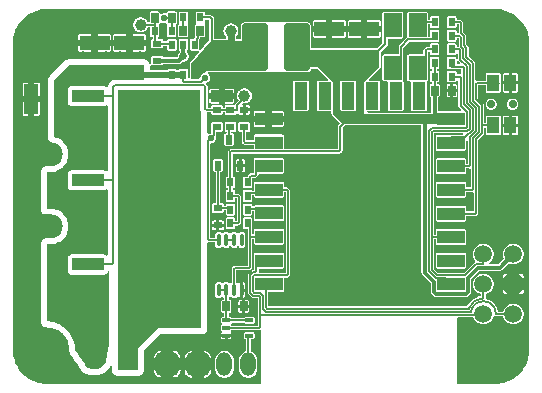
<source format=gtl>
G04*
G04 #@! TF.GenerationSoftware,Altium Limited,Altium Designer,20.1.8 (145)*
G04*
G04 Layer_Physical_Order=1*
G04 Layer_Color=2232046*
%FSAX44Y44*%
%MOMM*%
G71*
G04*
G04 #@! TF.SameCoordinates,4BD3250C-79EC-4D4E-AA4E-9321392E63C2*
G04*
G04*
G04 #@! TF.FilePolarity,Positive*
G04*
G01*
G75*
%ADD13C,0.1270*%
%ADD16C,0.2032*%
G04:AMPARAMS|DCode=18|XSize=0.95mm|YSize=2.65mm|CornerRadius=0.0048mm|HoleSize=0mm|Usage=FLASHONLY|Rotation=90.000|XOffset=0mm|YOffset=0mm|HoleType=Round|Shape=RoundedRectangle|*
%AMROUNDEDRECTD18*
21,1,0.9500,2.6405,0,0,90.0*
21,1,0.9405,2.6500,0,0,90.0*
1,1,0.0095,1.3203,0.4703*
1,1,0.0095,1.3203,-0.4703*
1,1,0.0095,-1.3203,-0.4703*
1,1,0.0095,-1.3203,0.4703*
%
%ADD18ROUNDEDRECTD18*%
G04:AMPARAMS|DCode=19|XSize=5.55mm|YSize=6.8mm|CornerRadius=0.0278mm|HoleSize=0mm|Usage=FLASHONLY|Rotation=90.000|XOffset=0mm|YOffset=0mm|HoleType=Round|Shape=RoundedRectangle|*
%AMROUNDEDRECTD19*
21,1,5.5500,6.7445,0,0,90.0*
21,1,5.4945,6.8000,0,0,90.0*
1,1,0.0555,3.3723,2.7473*
1,1,0.0555,3.3723,-2.7473*
1,1,0.0555,-3.3723,-2.7473*
1,1,0.0555,-3.3723,2.7473*
%
%ADD19ROUNDEDRECTD19*%
G04:AMPARAMS|DCode=20|XSize=0.75mm|YSize=0.55mm|CornerRadius=0.0028mm|HoleSize=0mm|Usage=FLASHONLY|Rotation=90.000|XOffset=0mm|YOffset=0mm|HoleType=Round|Shape=RoundedRectangle|*
%AMROUNDEDRECTD20*
21,1,0.7500,0.5445,0,0,90.0*
21,1,0.7445,0.5500,0,0,90.0*
1,1,0.0055,0.2723,0.3723*
1,1,0.0055,0.2723,-0.3723*
1,1,0.0055,-0.2723,-0.3723*
1,1,0.0055,-0.2723,0.3723*
%
%ADD20ROUNDEDRECTD20*%
%ADD21O,0.3500X1.1500*%
G04:AMPARAMS|DCode=22|XSize=2.55mm|YSize=1.2mm|CornerRadius=0.006mm|HoleSize=0mm|Usage=FLASHONLY|Rotation=90.000|XOffset=0mm|YOffset=0mm|HoleType=Round|Shape=RoundedRectangle|*
%AMROUNDEDRECTD22*
21,1,2.5500,1.1880,0,0,90.0*
21,1,2.5380,1.2000,0,0,90.0*
1,1,0.0120,0.5940,1.2690*
1,1,0.0120,0.5940,-1.2690*
1,1,0.0120,-0.5940,-1.2690*
1,1,0.0120,-0.5940,1.2690*
%
%ADD22ROUNDEDRECTD22*%
G04:AMPARAMS|DCode=23|XSize=2.55mm|YSize=1.2mm|CornerRadius=0.006mm|HoleSize=0mm|Usage=FLASHONLY|Rotation=0.000|XOffset=0mm|YOffset=0mm|HoleType=Round|Shape=RoundedRectangle|*
%AMROUNDEDRECTD23*
21,1,2.5500,1.1880,0,0,0.0*
21,1,2.5380,1.2000,0,0,0.0*
1,1,0.0120,1.2690,-0.5940*
1,1,0.0120,-1.2690,-0.5940*
1,1,0.0120,-1.2690,0.5940*
1,1,0.0120,1.2690,0.5940*
%
%ADD23ROUNDEDRECTD23*%
G04:AMPARAMS|DCode=24|XSize=0.75mm|YSize=0.55mm|CornerRadius=0.0028mm|HoleSize=0mm|Usage=FLASHONLY|Rotation=0.000|XOffset=0mm|YOffset=0mm|HoleType=Round|Shape=RoundedRectangle|*
%AMROUNDEDRECTD24*
21,1,0.7500,0.5445,0,0,0.0*
21,1,0.7445,0.5500,0,0,0.0*
1,1,0.0055,0.3723,-0.2723*
1,1,0.0055,-0.3723,-0.2723*
1,1,0.0055,-0.3723,0.2723*
1,1,0.0055,0.3723,0.2723*
%
%ADD24ROUNDEDRECTD24*%
G04:AMPARAMS|DCode=25|XSize=0.85mm|YSize=0.6mm|CornerRadius=0.003mm|HoleSize=0mm|Usage=FLASHONLY|Rotation=90.000|XOffset=0mm|YOffset=0mm|HoleType=Round|Shape=RoundedRectangle|*
%AMROUNDEDRECTD25*
21,1,0.8500,0.5940,0,0,90.0*
21,1,0.8440,0.6000,0,0,90.0*
1,1,0.0060,0.2970,0.4220*
1,1,0.0060,0.2970,-0.4220*
1,1,0.0060,-0.2970,-0.4220*
1,1,0.0060,-0.2970,0.4220*
%
%ADD25ROUNDEDRECTD25*%
G04:AMPARAMS|DCode=26|XSize=1.4mm|YSize=1.05mm|CornerRadius=0.0053mm|HoleSize=0mm|Usage=FLASHONLY|Rotation=90.000|XOffset=0mm|YOffset=0mm|HoleType=Round|Shape=RoundedRectangle|*
%AMROUNDEDRECTD26*
21,1,1.4000,1.0395,0,0,90.0*
21,1,1.3895,1.0500,0,0,90.0*
1,1,0.0105,0.5198,0.6948*
1,1,0.0105,0.5198,-0.6948*
1,1,0.0105,-0.5198,-0.6948*
1,1,0.0105,-0.5198,0.6948*
%
%ADD26ROUNDEDRECTD26*%
G04:AMPARAMS|DCode=27|XSize=0.54mm|YSize=0.75mm|CornerRadius=0.0027mm|HoleSize=0mm|Usage=FLASHONLY|Rotation=0.000|XOffset=0mm|YOffset=0mm|HoleType=Round|Shape=RoundedRectangle|*
%AMROUNDEDRECTD27*
21,1,0.5400,0.7446,0,0,0.0*
21,1,0.5346,0.7500,0,0,0.0*
1,1,0.0054,0.2673,-0.3723*
1,1,0.0054,-0.2673,-0.3723*
1,1,0.0054,-0.2673,0.3723*
1,1,0.0054,0.2673,0.3723*
%
%ADD27ROUNDEDRECTD27*%
G04:AMPARAMS|DCode=28|XSize=1.85mm|YSize=1mm|CornerRadius=0.005mm|HoleSize=0mm|Usage=FLASHONLY|Rotation=180.000|XOffset=0mm|YOffset=0mm|HoleType=Round|Shape=RoundedRectangle|*
%AMROUNDEDRECTD28*
21,1,1.8500,0.9900,0,0,180.0*
21,1,1.8400,1.0000,0,0,180.0*
1,1,0.0100,-0.9200,0.4950*
1,1,0.0100,0.9200,0.4950*
1,1,0.0100,0.9200,-0.4950*
1,1,0.0100,-0.9200,-0.4950*
%
%ADD28ROUNDEDRECTD28*%
G04:AMPARAMS|DCode=29|XSize=1.1mm|YSize=2.3mm|CornerRadius=0.0055mm|HoleSize=0mm|Usage=FLASHONLY|Rotation=270.000|XOffset=0mm|YOffset=0mm|HoleType=Round|Shape=RoundedRectangle|*
%AMROUNDEDRECTD29*
21,1,1.1000,2.2890,0,0,270.0*
21,1,1.0890,2.3000,0,0,270.0*
1,1,0.0110,-1.1445,-0.5445*
1,1,0.0110,-1.1445,0.5445*
1,1,0.0110,1.1445,0.5445*
1,1,0.0110,1.1445,-0.5445*
%
%ADD29ROUNDEDRECTD29*%
G04:AMPARAMS|DCode=30|XSize=1.1mm|YSize=2.3mm|CornerRadius=0.0055mm|HoleSize=0mm|Usage=FLASHONLY|Rotation=0.000|XOffset=0mm|YOffset=0mm|HoleType=Round|Shape=RoundedRectangle|*
%AMROUNDEDRECTD30*
21,1,1.1000,2.2890,0,0,0.0*
21,1,1.0890,2.3000,0,0,0.0*
1,1,0.0110,0.5445,-1.1445*
1,1,0.0110,-0.5445,-1.1445*
1,1,0.0110,-0.5445,1.1445*
1,1,0.0110,0.5445,1.1445*
%
%ADD30ROUNDEDRECTD30*%
G04:AMPARAMS|DCode=31|XSize=0.55mm|YSize=0.8mm|CornerRadius=0.0028mm|HoleSize=0mm|Usage=FLASHONLY|Rotation=180.000|XOffset=0mm|YOffset=0mm|HoleType=Round|Shape=RoundedRectangle|*
%AMROUNDEDRECTD31*
21,1,0.5500,0.7945,0,0,180.0*
21,1,0.5445,0.8000,0,0,180.0*
1,1,0.0055,-0.2723,0.3973*
1,1,0.0055,0.2723,0.3973*
1,1,0.0055,0.2723,-0.3973*
1,1,0.0055,-0.2723,-0.3973*
%
%ADD31ROUNDEDRECTD31*%
G04:AMPARAMS|DCode=32|XSize=4mm|YSize=2.2mm|CornerRadius=0.22mm|HoleSize=0mm|Usage=FLASHONLY|Rotation=90.000|XOffset=0mm|YOffset=0mm|HoleType=Round|Shape=RoundedRectangle|*
%AMROUNDEDRECTD32*
21,1,4.0000,1.7600,0,0,90.0*
21,1,3.5600,2.2000,0,0,90.0*
1,1,0.4400,0.8800,1.7800*
1,1,0.4400,0.8800,-1.7800*
1,1,0.4400,-0.8800,-1.7800*
1,1,0.4400,-0.8800,1.7800*
%
%ADD32ROUNDEDRECTD32*%
G04:AMPARAMS|DCode=33|XSize=0.35mm|YSize=0.6mm|CornerRadius=0.0018mm|HoleSize=0mm|Usage=FLASHONLY|Rotation=90.000|XOffset=0mm|YOffset=0mm|HoleType=Round|Shape=RoundedRectangle|*
%AMROUNDEDRECTD33*
21,1,0.3500,0.5965,0,0,90.0*
21,1,0.3465,0.6000,0,0,90.0*
1,1,0.0035,0.2983,0.1733*
1,1,0.0035,0.2983,-0.1733*
1,1,0.0035,-0.2983,-0.1733*
1,1,0.0035,-0.2983,0.1733*
%
%ADD33ROUNDEDRECTD33*%
%ADD37C,1.0000*%
%ADD59C,1.5000*%
G04:AMPARAMS|DCode=60|XSize=1.5mm|YSize=1.5mm|CornerRadius=0.15mm|HoleSize=0mm|Usage=FLASHONLY|Rotation=180.000|XOffset=0mm|YOffset=0mm|HoleType=Round|Shape=RoundedRectangle|*
%AMROUNDEDRECTD60*
21,1,1.5000,1.2000,0,0,180.0*
21,1,1.2000,1.5000,0,0,180.0*
1,1,0.3000,-0.6000,0.6000*
1,1,0.3000,0.6000,0.6000*
1,1,0.3000,0.6000,-0.6000*
1,1,0.3000,-0.6000,-0.6000*
%
%ADD60ROUNDEDRECTD60*%
G04:AMPARAMS|DCode=61|XSize=1.5mm|YSize=2mm|CornerRadius=0.0075mm|HoleSize=0mm|Usage=FLASHONLY|Rotation=0.000|XOffset=0mm|YOffset=0mm|HoleType=Round|Shape=RoundedRectangle|*
%AMROUNDEDRECTD61*
21,1,1.5000,1.9850,0,0,0.0*
21,1,1.4850,2.0000,0,0,0.0*
1,1,0.0150,0.7425,-0.9925*
1,1,0.0150,-0.7425,-0.9925*
1,1,0.0150,-0.7425,0.9925*
1,1,0.0150,0.7425,0.9925*
%
%ADD61ROUNDEDRECTD61*%
%ADD62C,0.3048*%
%ADD63C,0.1524*%
%ADD64C,0.8128*%
%ADD65C,0.6096*%
%ADD66C,0.5080*%
%ADD67O,4.0000X2.0000*%
%ADD68C,0.7000*%
%ADD69C,3.8000*%
%ADD70C,0.6700*%
G04:AMPARAMS|DCode=71|XSize=1.3mm|YSize=2mm|CornerRadius=0.65mm|HoleSize=0mm|Usage=FLASHONLY|Rotation=0.000|XOffset=0mm|YOffset=0mm|HoleType=Round|Shape=RoundedRectangle|*
%AMROUNDEDRECTD71*
21,1,1.3000,0.7000,0,0,0.0*
21,1,0.0000,2.0000,0,0,0.0*
1,1,1.3000,0.0000,-0.3500*
1,1,1.3000,0.0000,-0.3500*
1,1,1.3000,0.0000,0.3500*
1,1,1.3000,0.0000,0.3500*
%
%ADD71ROUNDEDRECTD71*%
G04:AMPARAMS|DCode=72|XSize=2mm|YSize=2mm|CornerRadius=0.5mm|HoleSize=0mm|Usage=FLASHONLY|Rotation=0.000|XOffset=0mm|YOffset=0mm|HoleType=Round|Shape=RoundedRectangle|*
%AMROUNDEDRECTD72*
21,1,2.0000,1.0000,0,0,0.0*
21,1,1.0000,2.0000,0,0,0.0*
1,1,1.0000,0.5000,-0.5000*
1,1,1.0000,-0.5000,-0.5000*
1,1,1.0000,-0.5000,0.5000*
1,1,1.0000,0.5000,0.5000*
%
%ADD72ROUNDEDRECTD72*%
G04:AMPARAMS|DCode=73|XSize=1.6mm|YSize=2mm|CornerRadius=0.16mm|HoleSize=0mm|Usage=FLASHONLY|Rotation=0.000|XOffset=0mm|YOffset=0mm|HoleType=Round|Shape=RoundedRectangle|*
%AMROUNDEDRECTD73*
21,1,1.6000,1.6800,0,0,0.0*
21,1,1.2800,2.0000,0,0,0.0*
1,1,0.3200,0.6400,-0.8400*
1,1,0.3200,-0.6400,-0.8400*
1,1,0.3200,-0.6400,0.8400*
1,1,0.3200,0.6400,0.8400*
%
%ADD73ROUNDEDRECTD73*%
%ADD74C,1.8000*%
%ADD75C,0.6600*%
%ADD76C,0.5600*%
G36*
X00030000Y00318591D02*
X00410000D01*
X00410051Y00318598D01*
X00412244Y00318512D01*
X00414474Y00318248D01*
X00416676Y00317809D01*
X00418838Y00317200D01*
X00420945Y00316423D01*
X00422984Y00315483D01*
X00424943Y00314385D01*
X00426810Y00313138D01*
X00428574Y00311747D01*
X00430223Y00310223D01*
X00431747Y00308574D01*
X00433138Y00306810D01*
X00434385Y00304943D01*
X00435482Y00302984D01*
X00436423Y00300945D01*
X00437200Y00298838D01*
X00437809Y00296677D01*
X00438247Y00294474D01*
X00438512Y00292244D01*
X00438550Y00291260D01*
X00438591Y00290000D01*
X00438591Y00290000D01*
X00438591Y00288761D01*
Y00030000D01*
X00438598Y00029949D01*
X00438512Y00027756D01*
X00438247Y00025526D01*
X00437809Y00023324D01*
X00437200Y00021162D01*
X00436423Y00019055D01*
X00435482Y00017016D01*
X00434385Y00015057D01*
X00433138Y00013190D01*
X00431747Y00011426D01*
X00430223Y00009777D01*
X00428574Y00008253D01*
X00426810Y00006862D01*
X00424943Y00005615D01*
X00422984Y00004518D01*
X00420945Y00003577D01*
X00418838Y00002800D01*
X00416676Y00002191D01*
X00414474Y00001752D01*
X00412244Y00001488D01*
X00411263Y00001450D01*
X00410000Y00001409D01*
X00410000Y00001409D01*
X00408752Y00001409D01*
X00377494D01*
Y00057227D01*
X00378647Y00057940D01*
X00391250D01*
X00391546Y00057069D01*
X00392055Y00056038D01*
X00392693Y00055082D01*
X00393451Y00054217D01*
X00394316Y00053459D01*
X00395272Y00052821D01*
X00396303Y00052312D01*
X00397391Y00051943D01*
X00398519Y00051718D01*
X00399666Y00051643D01*
X00400813Y00051718D01*
X00401941Y00051943D01*
X00403029Y00052312D01*
X00404060Y00052821D01*
X00405016Y00053459D01*
X00405881Y00054217D01*
X00406639Y00055082D01*
X00407277Y00056038D01*
X00407786Y00057069D01*
X00408155Y00058157D01*
X00408156Y00058159D01*
X00409004Y00058581D01*
X00409557Y00058695D01*
X00409844Y00058576D01*
X00410341Y00058511D01*
X00416506D01*
X00416577Y00058157D01*
X00416946Y00057069D01*
X00417455Y00056038D01*
X00418093Y00055082D01*
X00418851Y00054217D01*
X00419716Y00053459D01*
X00420672Y00052821D01*
X00421703Y00052312D01*
X00422791Y00051943D01*
X00423919Y00051718D01*
X00425066Y00051643D01*
X00426213Y00051718D01*
X00427341Y00051943D01*
X00428429Y00052312D01*
X00429460Y00052821D01*
X00430416Y00053459D01*
X00431281Y00054217D01*
X00432039Y00055082D01*
X00432677Y00056038D01*
X00433186Y00057069D01*
X00433555Y00058157D01*
X00433780Y00059285D01*
X00433855Y00060432D01*
X00433780Y00061579D01*
X00433555Y00062707D01*
X00433186Y00063795D01*
X00432677Y00064826D01*
X00432039Y00065782D01*
X00431281Y00066647D01*
X00430416Y00067405D01*
X00429460Y00068043D01*
X00428429Y00068552D01*
X00427341Y00068921D01*
X00426213Y00069146D01*
X00425066Y00069221D01*
X00423919Y00069146D01*
X00422791Y00068921D01*
X00421703Y00068552D01*
X00420672Y00068043D01*
X00419716Y00067405D01*
X00418851Y00066647D01*
X00418093Y00065782D01*
X00417455Y00064826D01*
X00416946Y00063795D01*
X00416577Y00062707D01*
X00416506Y00062353D01*
X00412100D01*
X00411950Y00063236D01*
X00411559Y00064594D01*
X00411018Y00065899D01*
X00410335Y00067136D01*
X00409517Y00068288D01*
X00408576Y00069341D01*
X00407522Y00070283D01*
X00406370Y00071101D01*
X00405133Y00071784D01*
X00403828Y00072325D01*
X00402691Y00072652D01*
X00401522Y00073150D01*
X00401587Y00073647D01*
Y00077272D01*
X00401941Y00077343D01*
X00403029Y00077712D01*
X00404060Y00078221D01*
X00405016Y00078859D01*
X00405881Y00079617D01*
X00406639Y00080482D01*
X00407277Y00081438D01*
X00407786Y00082469D01*
X00408155Y00083557D01*
X00408380Y00084685D01*
X00408455Y00085832D01*
X00408380Y00086979D01*
X00408155Y00088107D01*
X00407786Y00089195D01*
X00407277Y00090226D01*
X00406639Y00091182D01*
X00405881Y00092047D01*
X00405016Y00092805D01*
X00404060Y00093443D01*
X00403029Y00093952D01*
X00401941Y00094321D01*
X00400813Y00094546D01*
X00399666Y00094621D01*
X00398519Y00094546D01*
X00397391Y00094321D01*
X00396303Y00093952D01*
X00395272Y00093443D01*
X00394316Y00092805D01*
X00393451Y00092047D01*
X00392693Y00091182D01*
X00392055Y00090226D01*
X00391546Y00089195D01*
X00391177Y00088107D01*
X00390952Y00086979D01*
X00390877Y00085832D01*
X00390952Y00084685D01*
X00391177Y00083557D01*
X00391546Y00082469D01*
X00392055Y00081438D01*
X00392693Y00080482D01*
X00393451Y00079617D01*
X00394316Y00078859D01*
X00395272Y00078221D01*
X00396303Y00077712D01*
X00397391Y00077343D01*
X00397745Y00077272D01*
Y00075443D01*
X00396286Y00075195D01*
X00394649Y00074724D01*
X00393076Y00074072D01*
X00391585Y00073248D01*
X00390196Y00072262D01*
X00388926Y00071127D01*
X00387791Y00069857D01*
X00386805Y00068468D01*
X00385981Y00066977D01*
X00385934Y00066863D01*
X00217488D01*
Y00078885D01*
X00229641D01*
X00229986Y00078930D01*
X00230309Y00079064D01*
X00230585Y00079276D01*
X00230798Y00079553D01*
X00230931Y00079875D01*
X00230977Y00080221D01*
Y00091111D01*
X00231011Y00091150D01*
X00233147D01*
X00233147Y00091150D01*
X00233645Y00091215D01*
X00234108Y00091407D01*
X00234506Y00091712D01*
X00235553Y00092760D01*
X00235553Y00092760D01*
X00235859Y00093158D01*
X00236051Y00093621D01*
X00236116Y00094118D01*
X00236116Y00094119D01*
Y00164780D01*
X00236116Y00164780D01*
X00236051Y00165277D01*
X00235859Y00165741D01*
X00235553Y00166139D01*
X00235553Y00166139D01*
X00234658Y00167035D01*
X00234260Y00167340D01*
X00233796Y00167532D01*
X00233299Y00167598D01*
X00233299Y00167598D01*
X00230977D01*
Y00171121D01*
X00230931Y00171467D01*
X00230798Y00171789D01*
X00230585Y00172066D01*
X00230309Y00172278D01*
X00229986Y00172412D01*
X00229641Y00172457D01*
X00206751D01*
X00206405Y00172412D01*
X00206082Y00172278D01*
X00205806Y00172066D01*
X00205593Y00171789D01*
X00205460Y00171467D01*
X00205414Y00171121D01*
Y00164647D01*
X00203894D01*
X00203892Y00164651D01*
X00203684Y00164922D01*
X00203413Y00165130D01*
X00203097Y00165261D01*
X00202759Y00165305D01*
X00197313D01*
X00196975Y00165261D01*
X00196659Y00165130D01*
X00196388Y00164922D01*
X00196180Y00164651D01*
X00196049Y00164335D01*
X00196005Y00163997D01*
Y00156552D01*
X00196049Y00156213D01*
X00196180Y00155897D01*
X00196388Y00155626D01*
X00196659Y00155418D01*
X00196975Y00155287D01*
X00197313Y00155243D01*
X00202759D01*
X00203097Y00155287D01*
X00203413Y00155418D01*
X00203684Y00155626D01*
X00203892Y00155897D01*
X00204023Y00156213D01*
X00204067Y00156552D01*
Y00160804D01*
X00205414D01*
Y00160231D01*
X00205460Y00159885D01*
X00205593Y00159563D01*
X00205806Y00159286D01*
X00206082Y00159074D01*
X00206405Y00158940D01*
X00206751Y00158895D01*
X00229641D01*
X00229986Y00158940D01*
X00230309Y00159074D01*
X00230585Y00159286D01*
X00230798Y00159563D01*
X00230931Y00159885D01*
X00230977Y00160231D01*
Y00163755D01*
X00232273D01*
Y00094993D01*
X00210363D01*
X00210001Y00095309D01*
X00209405Y00096263D01*
X00209419Y00096373D01*
Y00098697D01*
X00229641D01*
X00229986Y00098742D01*
X00230309Y00098876D01*
X00230585Y00099088D01*
X00230798Y00099365D01*
X00230931Y00099687D01*
X00230977Y00100033D01*
Y00110923D01*
X00230931Y00111269D01*
X00230798Y00111591D01*
X00230585Y00111868D01*
X00230309Y00112080D01*
X00229986Y00112214D01*
X00229641Y00112259D01*
X00206751D01*
X00206405Y00112214D01*
X00206082Y00112080D01*
X00205806Y00111868D01*
X00205593Y00111591D01*
X00205460Y00111269D01*
X00205414Y00110923D01*
Y00100033D01*
X00205460Y00099687D01*
X00205577Y00099405D01*
Y00098489D01*
X00204887Y00097533D01*
X00204389Y00097467D01*
X00203926Y00097275D01*
X00203528Y00096970D01*
X00203528Y00096970D01*
X00200892Y00094334D01*
X00200586Y00093936D01*
X00200395Y00093472D01*
X00200329Y00092975D01*
X00200329Y00092975D01*
Y00078357D01*
X00200329Y00078357D01*
X00200395Y00077860D01*
X00200586Y00077396D01*
X00200892Y00076998D01*
X00203528Y00074362D01*
X00203528Y00074362D01*
X00203926Y00074057D01*
X00204389Y00073865D01*
X00204887Y00073800D01*
X00204887Y00073800D01*
X00208565D01*
Y00059862D01*
X00208565Y00059862D01*
X00208565Y00059862D01*
Y00050415D01*
X00186414D01*
X00186351Y00050729D01*
X00186195Y00050963D01*
X00186156Y00051040D01*
X00186098Y00051843D01*
X00187062Y00052944D01*
X00197424D01*
X00197461Y00052759D01*
X00197745Y00052333D01*
X00198171Y00052049D01*
X00198673Y00051949D01*
X00204639D01*
X00205141Y00052049D01*
X00205567Y00052333D01*
X00205851Y00052759D01*
X00205951Y00053261D01*
Y00056726D01*
X00205851Y00057229D01*
X00205567Y00057655D01*
X00205141Y00057939D01*
X00204639Y00058039D01*
X00198673D01*
X00198171Y00057939D01*
X00197745Y00057655D01*
X00197461Y00057229D01*
X00197424Y00057043D01*
X00186388D01*
X00186351Y00057229D01*
X00186067Y00057655D01*
X00185641Y00057939D01*
X00185138Y00058039D01*
X00184205D01*
Y00061181D01*
X00185126D01*
X00185465Y00061226D01*
X00185782Y00061357D01*
X00186053Y00061565D01*
X00186262Y00061837D01*
X00186392Y00062153D01*
X00186437Y00062492D01*
Y00070932D01*
X00186392Y00071272D01*
X00186262Y00071588D01*
X00186053Y00071860D01*
X00185782Y00072068D01*
X00185465Y00072199D01*
X00185126Y00072244D01*
X00184205D01*
Y00074439D01*
X00184302Y00074518D01*
X00184679Y00074978D01*
X00184713Y00075041D01*
X00184736Y00075051D01*
X00186076D01*
X00186099Y00075041D01*
X00186133Y00074978D01*
X00186510Y00074518D01*
X00186970Y00074141D01*
X00187495Y00073860D01*
X00188064Y00073688D01*
X00188656Y00073629D01*
X00189248Y00073688D01*
X00189817Y00073860D01*
X00190342Y00074141D01*
X00190802Y00074518D01*
X00191179Y00074978D01*
X00191213Y00075041D01*
X00191236Y00075051D01*
X00192576D01*
X00192599Y00075041D01*
X00192633Y00074978D01*
X00193010Y00074518D01*
X00193470Y00074141D01*
X00193886Y00073918D01*
Y00080664D01*
Y00087410D01*
X00193470Y00087187D01*
X00193010Y00086810D01*
X00192735Y00086475D01*
X00191424Y00086407D01*
X00190577Y00087275D01*
Y00097543D01*
X00201266D01*
X00201266Y00097543D01*
X00201763Y00097608D01*
X00202227Y00097800D01*
X00202624Y00098106D01*
X00203503Y00098984D01*
X00203503Y00098984D01*
X00203808Y00099382D01*
X00204000Y00099846D01*
X00204066Y00100343D01*
Y00123877D01*
X00205414D01*
Y00120353D01*
X00205460Y00120007D01*
X00205593Y00119685D01*
X00205806Y00119408D01*
X00206082Y00119196D01*
X00206405Y00119062D01*
X00206751Y00119017D01*
X00229641D01*
X00229986Y00119062D01*
X00230309Y00119196D01*
X00230585Y00119408D01*
X00230798Y00119685D01*
X00230931Y00120007D01*
X00230977Y00120353D01*
Y00131243D01*
X00230931Y00131589D01*
X00230798Y00131911D01*
X00230585Y00132188D01*
X00230309Y00132400D01*
X00229986Y00132534D01*
X00229641Y00132579D01*
X00206751D01*
X00206405Y00132534D01*
X00206082Y00132400D01*
X00205806Y00132188D01*
X00205593Y00131911D01*
X00205460Y00131589D01*
X00205414Y00131243D01*
Y00127719D01*
X00204066D01*
Y00133307D01*
X00204085Y00133452D01*
Y00140897D01*
X00204040Y00141236D01*
X00203910Y00141551D01*
X00203702Y00141822D01*
X00203431Y00142030D01*
X00203115Y00142161D01*
X00202776Y00142205D01*
X00197331D01*
X00196993Y00142161D01*
X00196677Y00142030D01*
X00196406Y00141822D01*
X00196198Y00141551D01*
X00196067Y00141236D01*
X00196023Y00140897D01*
Y00133452D01*
X00196067Y00133113D01*
X00196198Y00132797D01*
X00196406Y00132526D01*
X00196677Y00132318D01*
X00196993Y00132188D01*
X00197331Y00132143D01*
X00200223D01*
Y00125798D01*
X00200223Y00125798D01*
X00200223Y00125798D01*
Y00101386D01*
X00189567D01*
X00189566Y00101386D01*
X00189069Y00101320D01*
X00188606Y00101128D01*
X00188208Y00100823D01*
X00188208Y00100823D01*
X00187297Y00099913D01*
X00186992Y00099515D01*
X00186800Y00099051D01*
X00186735Y00098554D01*
X00186735Y00098554D01*
Y00086994D01*
X00186510Y00086810D01*
X00186133Y00086350D01*
X00186099Y00086287D01*
X00186076Y00086278D01*
X00184736D01*
X00184713Y00086287D01*
X00184679Y00086350D01*
X00184302Y00086810D01*
X00183842Y00087187D01*
X00183317Y00087468D01*
X00182748Y00087640D01*
X00182156Y00087699D01*
X00181564Y00087640D01*
X00180995Y00087468D01*
X00180470Y00087187D01*
X00180010Y00086810D01*
X00179633Y00086350D01*
X00179599Y00086286D01*
X00179576Y00086277D01*
X00178236D01*
X00178213Y00086286D01*
X00178179Y00086350D01*
X00177802Y00086810D01*
X00177342Y00087187D01*
X00176817Y00087468D01*
X00176248Y00087640D01*
X00175656Y00087699D01*
X00175064Y00087640D01*
X00174495Y00087468D01*
X00173970Y00087187D01*
X00173510Y00086810D01*
X00173133Y00086350D01*
X00172852Y00085825D01*
X00172680Y00085256D01*
X00172621Y00084664D01*
Y00076664D01*
X00172680Y00076072D01*
X00172852Y00075503D01*
X00173133Y00074978D01*
X00173510Y00074518D01*
X00173970Y00074141D01*
X00174495Y00073860D01*
X00175064Y00073688D01*
X00175656Y00073629D01*
X00176248Y00073688D01*
X00176817Y00073860D01*
X00177342Y00074141D01*
X00177802Y00074518D01*
X00177962Y00074713D01*
X00179279Y00074782D01*
X00179365Y00074766D01*
X00180107Y00074000D01*
Y00072244D01*
X00179186D01*
X00178847Y00072199D01*
X00178530Y00072068D01*
X00178259Y00071860D01*
X00178050Y00071588D01*
X00177920Y00071272D01*
X00177875Y00070932D01*
Y00062492D01*
X00177920Y00062153D01*
X00178050Y00061837D01*
X00178259Y00061565D01*
X00178530Y00061357D01*
X00178847Y00061226D01*
X00179186Y00061181D01*
X00180107D01*
Y00058039D01*
X00179174D01*
X00178671Y00057939D01*
X00178245Y00057655D01*
X00177961Y00057229D01*
X00177861Y00056726D01*
Y00053261D01*
X00177961Y00052759D01*
X00178117Y00052525D01*
X00178245Y00052274D01*
Y00051214D01*
X00178117Y00050963D01*
X00177961Y00050729D01*
X00177861Y00050226D01*
Y00046761D01*
X00177961Y00046259D01*
X00178117Y00046025D01*
X00178245Y00045774D01*
Y00044714D01*
X00178117Y00044463D01*
X00177961Y00044229D01*
X00177861Y00043727D01*
Y00043264D01*
X00182156D01*
X00186451D01*
Y00043727D01*
X00186351Y00044229D01*
X00186195Y00044463D01*
X00186067Y00044714D01*
Y00045774D01*
X00186195Y00046025D01*
X00186351Y00046259D01*
X00186414Y00046573D01*
X00209515D01*
X00209515Y00046573D01*
X00210013Y00046638D01*
X00210476Y00046830D01*
X00210557Y00046892D01*
X00211827Y00046439D01*
Y00001409D01*
X00030000D01*
X00029949Y00001402D01*
X00027756Y00001488D01*
X00025526Y00001752D01*
X00023324Y00002191D01*
X00021162Y00002800D01*
X00019055Y00003577D01*
X00017016Y00004518D01*
X00015057Y00005615D01*
X00013190Y00006862D01*
X00011426Y00008253D01*
X00009777Y00009777D01*
X00008253Y00011426D01*
X00006862Y00013190D01*
X00005615Y00015057D01*
X00004518Y00017016D01*
X00003577Y00019055D01*
X00002800Y00021162D01*
X00002191Y00023324D01*
X00001752Y00025526D01*
X00001488Y00027756D01*
X00001402Y00029949D01*
X00001409Y00030000D01*
Y00290223D01*
X00001488Y00292244D01*
X00001752Y00294474D01*
X00002191Y00296677D01*
X00002800Y00298838D01*
X00003577Y00300945D01*
X00004518Y00302984D01*
X00005615Y00304943D01*
X00006862Y00306810D01*
X00008253Y00308574D01*
X00009777Y00310223D01*
X00011426Y00311747D01*
X00013190Y00313138D01*
X00015057Y00314385D01*
X00017016Y00315483D01*
X00019055Y00316423D01*
X00021162Y00317200D01*
X00023324Y00317809D01*
X00025526Y00318248D01*
X00027756Y00318512D01*
X00029949Y00318598D01*
X00030000Y00318591D01*
D02*
G37*
%LPC*%
G36*
X00138815Y00316511D02*
X00132875D01*
X00132535Y00316467D01*
X00132219Y00316336D01*
X00131947Y00316127D01*
X00131739Y00315856D01*
X00131670Y00315689D01*
X00131403Y00315416D01*
X00130680Y00314982D01*
X00130293Y00314887D01*
X00129950Y00314991D01*
X00129152Y00315070D01*
X00128354Y00314991D01*
X00127587Y00314758D01*
X00126880Y00314380D01*
X00125626Y00314994D01*
Y00315200D01*
X00125581Y00315539D01*
X00125450Y00315856D01*
X00125242Y00316127D01*
X00124970Y00316336D01*
X00124654Y00316467D01*
X00124315Y00316511D01*
X00118375D01*
X00118035Y00316467D01*
X00117719Y00316336D01*
X00117447Y00316127D01*
X00117239Y00315856D01*
X00117108Y00315539D01*
X00117063Y00315200D01*
Y00307276D01*
X00115545D01*
X00115540Y00307299D01*
X00115162Y00308210D01*
X00114647Y00309052D01*
X00114006Y00309802D01*
X00113255Y00310443D01*
X00112414Y00310959D01*
X00111502Y00311336D01*
X00110542Y00311567D01*
X00109558Y00311644D01*
X00108575Y00311567D01*
X00107615Y00311336D01*
X00106703Y00310959D01*
X00105862Y00310443D01*
X00105111Y00309802D01*
X00104470Y00309052D01*
X00103955Y00308210D01*
X00103577Y00307299D01*
X00103347Y00306339D01*
X00103269Y00305355D01*
X00103347Y00304371D01*
X00103577Y00303411D01*
X00103955Y00302500D01*
X00104470Y00301658D01*
X00105111Y00300908D01*
X00105862Y00300267D01*
X00106703Y00299751D01*
X00107615Y00299373D01*
X00108575Y00299143D01*
X00109558Y00299066D01*
X00110542Y00299143D01*
X00111502Y00299373D01*
X00112414Y00299751D01*
X00113255Y00300267D01*
X00114006Y00300908D01*
X00114647Y00301658D01*
X00115162Y00302500D01*
X00115540Y00303411D01*
X00115545Y00303433D01*
X00117313D01*
Y00296007D01*
X00117358Y00295669D01*
X00117489Y00295353D01*
X00117697Y00295082D01*
X00117968Y00294874D01*
X00118283Y00294743D01*
X00118622Y00294699D01*
X00120018D01*
Y00293399D01*
X00119841D01*
X00119502Y00293354D01*
X00119186Y00293224D01*
X00118916Y00293016D01*
X00118708Y00292745D01*
X00118577Y00292429D01*
X00118532Y00292090D01*
Y00286646D01*
X00118577Y00286307D01*
X00118708Y00285991D01*
X00118916Y00285720D01*
X00119186Y00285512D01*
X00119502Y00285381D01*
X00119841Y00285337D01*
X00127286D01*
X00127625Y00285381D01*
X00127940Y00285512D01*
X00128211Y00285720D01*
X00128419Y00285991D01*
X00128550Y00286307D01*
X00128595Y00286646D01*
Y00287446D01*
X00132279D01*
Y00284629D01*
X00132324Y00284290D01*
X00132455Y00283975D01*
X00132662Y00283704D01*
X00132933Y00283496D01*
X00133249Y00283365D01*
X00133587Y00283321D01*
X00138933D01*
X00139272Y00283365D01*
X00139587Y00283496D01*
X00139858Y00283704D01*
X00140066Y00283975D01*
X00140197Y00284290D01*
X00140242Y00284629D01*
Y00292075D01*
X00140197Y00292414D01*
X00140066Y00292729D01*
X00139858Y00293000D01*
X00139587Y00293208D01*
X00139272Y00293339D01*
X00138933Y00293383D01*
X00133587D01*
X00133249Y00293339D01*
X00132933Y00293208D01*
X00132662Y00293000D01*
X00132455Y00292729D01*
X00132324Y00292414D01*
X00132279Y00292075D01*
Y00291289D01*
X00128595D01*
Y00292090D01*
X00128550Y00292429D01*
X00128419Y00292745D01*
X00128211Y00293016D01*
X00127940Y00293224D01*
X00127625Y00293354D01*
X00127286Y00293399D01*
X00123861D01*
Y00294699D01*
X00124067D01*
X00124406Y00294743D01*
X00124721Y00294874D01*
X00124992Y00295082D01*
X00125200Y00295353D01*
X00125331Y00295669D01*
X00125376Y00296007D01*
Y00303452D01*
X00125331Y00303791D01*
X00125200Y00304107D01*
X00125037Y00304320D01*
X00124990Y00304491D01*
X00124986Y00304732D01*
X00125055Y00305475D01*
X00125167Y00305776D01*
X00125242Y00305833D01*
X00125450Y00306104D01*
X00125581Y00306420D01*
X00125626Y00306760D01*
Y00306966D01*
X00126880Y00307579D01*
X00127587Y00307201D01*
X00128354Y00306969D01*
X00129152Y00306890D01*
X00129950Y00306969D01*
X00130293Y00307073D01*
X00130680Y00306978D01*
X00131403Y00306544D01*
X00131670Y00306271D01*
X00131739Y00306104D01*
X00131947Y00305833D01*
X00132022Y00305776D01*
X00132135Y00305475D01*
X00132203Y00304732D01*
X00132199Y00304491D01*
X00132152Y00304320D01*
X00131989Y00304107D01*
X00131858Y00303791D01*
X00131813Y00303452D01*
Y00296007D01*
X00131858Y00295669D01*
X00131989Y00295353D01*
X00132197Y00295082D01*
X00132468Y00294874D01*
X00132783Y00294743D01*
X00133122Y00294699D01*
X00138567D01*
X00138906Y00294743D01*
X00139221Y00294874D01*
X00139493Y00295082D01*
X00139700Y00295353D01*
X00139831Y00295669D01*
X00139876Y00296007D01*
Y00303452D01*
X00139831Y00303791D01*
X00139700Y00304107D01*
X00139537Y00304320D01*
X00139490Y00304491D01*
X00139486Y00304732D01*
X00139555Y00305475D01*
X00139668Y00305776D01*
X00139742Y00305833D01*
X00139950Y00306104D01*
X00140081Y00306420D01*
X00140126Y00306760D01*
Y00315200D01*
X00140081Y00315539D01*
X00139950Y00315856D01*
X00139742Y00316127D01*
X00139470Y00316336D01*
X00139154Y00316467D01*
X00138815Y00316511D01*
D02*
G37*
G36*
X00311464Y00308925D02*
X00301474D01*
Y00304344D01*
X00312805D01*
Y00307584D01*
X00312759Y00307931D01*
X00312625Y00308255D01*
X00312412Y00308533D01*
X00312134Y00308746D01*
X00311811Y00308880D01*
X00311464Y00308925D01*
D02*
G37*
G36*
X00296073D02*
X00286084D01*
X00285736Y00308880D01*
X00285413Y00308746D01*
X00285135Y00308533D01*
X00284922Y00308255D01*
X00284788Y00307931D01*
X00284742Y00307584D01*
Y00304344D01*
X00296073D01*
Y00308925D01*
D02*
G37*
G36*
X00281961D02*
X00271971D01*
Y00304344D01*
X00283302D01*
Y00307584D01*
X00283257Y00307931D01*
X00283123Y00308255D01*
X00282910Y00308533D01*
X00282632Y00308746D01*
X00282308Y00308880D01*
X00281961Y00308925D01*
D02*
G37*
G36*
X00266571D02*
X00256581D01*
X00256234Y00308880D01*
X00255910Y00308746D01*
X00255632Y00308533D01*
X00255419Y00308255D01*
X00255285Y00307931D01*
X00255240Y00307584D01*
Y00304344D01*
X00266571D01*
Y00308925D01*
D02*
G37*
G36*
X00351385Y00316068D02*
X00336535D01*
X00336184Y00316021D01*
X00335857Y00315886D01*
X00335576Y00315670D01*
X00335360Y00315389D01*
X00335225Y00315062D01*
X00335178Y00314711D01*
Y00294861D01*
X00335214Y00294593D01*
X00335098Y00294545D01*
X00334700Y00294240D01*
X00334700Y00294240D01*
X00328460Y00287999D01*
X00328154Y00287602D01*
X00327962Y00287138D01*
X00327897Y00286641D01*
X00327897Y00286640D01*
Y00280068D01*
X00315535D01*
X00315184Y00280021D01*
X00314857Y00279886D01*
X00314576Y00279670D01*
X00314360Y00279389D01*
X00314225Y00279062D01*
X00314178Y00278711D01*
Y00258861D01*
X00314225Y00258510D01*
X00314360Y00258183D01*
X00314576Y00257902D01*
X00314857Y00257686D01*
X00315184Y00257551D01*
X00315535Y00257504D01*
X00317504D01*
X00317723Y00257406D01*
X00318618Y00256639D01*
Y00233749D01*
X00318664Y00233403D01*
X00318797Y00233081D01*
X00319010Y00232804D01*
X00319286Y00232592D01*
X00319609Y00232458D01*
X00319955Y00232413D01*
X00330845D01*
X00331190Y00232458D01*
X00331513Y00232592D01*
X00331790Y00232804D01*
X00332002Y00233081D01*
X00332135Y00233403D01*
X00332181Y00233749D01*
Y00256639D01*
X00332135Y00256985D01*
X00332002Y00257307D01*
X00331790Y00257584D01*
X00331789Y00257584D01*
X00331513Y00257796D01*
X00331695Y00258510D01*
X00331742Y00258861D01*
Y00278711D01*
X00331740Y00278725D01*
Y00285845D01*
X00336854Y00290960D01*
X00355733D01*
X00355742Y00290958D01*
X00361186D01*
X00361525Y00291003D01*
X00361841Y00291134D01*
X00362112Y00291342D01*
X00362320Y00291613D01*
X00362451Y00291928D01*
X00362495Y00292267D01*
Y00299712D01*
X00362451Y00300051D01*
X00362320Y00300366D01*
X00362112Y00300637D01*
X00361841Y00300846D01*
X00361525Y00300976D01*
X00361186Y00301021D01*
X00355742D01*
X00355403Y00300976D01*
X00355087Y00300846D01*
X00354816Y00300637D01*
X00354608Y00300366D01*
X00354477Y00300051D01*
X00354433Y00299712D01*
Y00294802D01*
X00352793D01*
X00352742Y00294861D01*
Y00305571D01*
X00354433D01*
Y00303770D01*
X00354477Y00303431D01*
X00354608Y00303115D01*
X00354816Y00302844D01*
X00355087Y00302636D01*
X00355403Y00302506D01*
X00355742Y00302461D01*
X00361186D01*
X00361525Y00302506D01*
X00361841Y00302636D01*
X00362112Y00302844D01*
X00362320Y00303115D01*
X00362451Y00303431D01*
X00362495Y00303770D01*
Y00311215D01*
X00362451Y00311553D01*
X00362320Y00311869D01*
X00362112Y00312140D01*
X00361841Y00312348D01*
X00361525Y00312479D01*
X00361186Y00312523D01*
X00355742D01*
X00355403Y00312479D01*
X00355087Y00312348D01*
X00354816Y00312140D01*
X00354608Y00311869D01*
X00354477Y00311553D01*
X00354433Y00311215D01*
Y00309414D01*
X00352742D01*
Y00314711D01*
X00352695Y00315062D01*
X00352560Y00315389D01*
X00352344Y00315670D01*
X00352063Y00315886D01*
X00351736Y00316021D01*
X00351385Y00316068D01*
D02*
G37*
G36*
X00148353Y00316435D02*
X00142908D01*
X00142569Y00316391D01*
X00142254Y00316260D01*
X00141982Y00316052D01*
X00141775Y00315781D01*
X00141644Y00315465D01*
X00141599Y00315126D01*
Y00307682D01*
X00141644Y00307343D01*
X00141775Y00307027D01*
X00141860Y00306917D01*
X00141924Y00306338D01*
X00141819Y00305588D01*
X00141736Y00305406D01*
X00141733Y00305404D01*
X00141525Y00305132D01*
X00141394Y00304816D01*
X00141349Y00304477D01*
Y00296036D01*
X00141394Y00295697D01*
X00141525Y00295381D01*
X00141733Y00295109D01*
X00142005Y00294901D01*
X00142321Y00294770D01*
X00142660Y00294725D01*
X00148600D01*
X00148940Y00294770D01*
X00149256Y00294901D01*
X00149528Y00295109D01*
X00149736Y00295381D01*
X00149867Y00295697D01*
X00149912Y00296036D01*
Y00304477D01*
X00149867Y00304816D01*
X00149736Y00305132D01*
X00149528Y00305404D01*
X00149524Y00305406D01*
X00149442Y00305588D01*
X00149337Y00306338D01*
X00149401Y00306917D01*
X00149486Y00307027D01*
X00149617Y00307343D01*
X00149662Y00307682D01*
Y00315126D01*
X00149617Y00315465D01*
X00149486Y00315781D01*
X00149278Y00316052D01*
X00149007Y00316260D01*
X00148692Y00316391D01*
X00148353Y00316435D01*
D02*
G37*
G36*
X00312805Y00298944D02*
X00301474D01*
Y00294363D01*
X00311464D01*
X00311811Y00294408D01*
X00312134Y00294542D01*
X00312412Y00294755D01*
X00312625Y00295033D01*
X00312759Y00295357D01*
X00312805Y00295704D01*
Y00298944D01*
D02*
G37*
G36*
X00296073D02*
X00284742D01*
Y00295704D01*
X00284788Y00295357D01*
X00284922Y00295033D01*
X00285135Y00294755D01*
X00285413Y00294542D01*
X00285736Y00294408D01*
X00286084Y00294363D01*
X00296073D01*
Y00298944D01*
D02*
G37*
G36*
X00283302D02*
X00271971D01*
Y00294363D01*
X00281961D01*
X00282308Y00294408D01*
X00282632Y00294542D01*
X00282910Y00294755D01*
X00283123Y00295033D01*
X00283257Y00295357D01*
X00283302Y00295704D01*
Y00298944D01*
D02*
G37*
G36*
X00266571D02*
X00255240D01*
Y00295704D01*
X00255285Y00295357D01*
X00255419Y00295033D01*
X00255632Y00294755D01*
X00255910Y00294542D01*
X00256234Y00294408D01*
X00256581Y00294363D01*
X00266571D01*
Y00298944D01*
D02*
G37*
G36*
X00112674Y00297129D02*
X00102684D01*
Y00292548D01*
X00114016D01*
Y00295788D01*
X00113970Y00296135D01*
X00113836Y00296459D01*
X00113623Y00296737D01*
X00113345Y00296950D01*
X00113021Y00297084D01*
X00112674Y00297129D01*
D02*
G37*
G36*
X00097284D02*
X00087294D01*
X00086947Y00297084D01*
X00086623Y00296950D01*
X00086345Y00296737D01*
X00086132Y00296459D01*
X00085998Y00296135D01*
X00085953Y00295788D01*
Y00292548D01*
X00097284D01*
Y00297129D01*
D02*
G37*
G36*
X00083211D02*
X00073221D01*
Y00292548D01*
X00084552D01*
Y00295788D01*
X00084507Y00296135D01*
X00084373Y00296459D01*
X00084159Y00296737D01*
X00083882Y00296950D01*
X00083558Y00297084D01*
X00083211Y00297129D01*
D02*
G37*
G36*
X00067821D02*
X00057831D01*
X00057484Y00297084D01*
X00057160Y00296950D01*
X00056882Y00296737D01*
X00056669Y00296459D01*
X00056535Y00296135D01*
X00056489Y00295788D01*
Y00292548D01*
X00067821D01*
Y00297129D01*
D02*
G37*
G36*
X00361186Y00289438D02*
X00355742D01*
X00355403Y00289394D01*
X00355087Y00289263D01*
X00354816Y00289055D01*
X00354608Y00288784D01*
X00354477Y00288468D01*
X00354433Y00288129D01*
Y00286328D01*
X00351731D01*
X00351731Y00286328D01*
X00351234Y00286263D01*
X00350770Y00286071D01*
X00350373Y00285766D01*
X00350372Y00285765D01*
X00349467Y00284860D01*
X00349161Y00284462D01*
X00348969Y00283998D01*
X00348904Y00283501D01*
X00348904Y00283501D01*
Y00280068D01*
X00336535D01*
X00336184Y00280021D01*
X00335857Y00279886D01*
X00335576Y00279670D01*
X00335360Y00279389D01*
X00335225Y00279062D01*
X00335178Y00278711D01*
Y00258861D01*
X00335225Y00258510D01*
X00335360Y00258183D01*
X00335576Y00257902D01*
X00335857Y00257686D01*
X00336184Y00257551D01*
X00336535Y00257504D01*
X00337316D01*
X00337535Y00257406D01*
X00338430Y00256639D01*
Y00233749D01*
X00338476Y00233403D01*
X00338609Y00233081D01*
X00338822Y00232804D01*
X00339098Y00232592D01*
X00339421Y00232458D01*
X00339767Y00232413D01*
X00350657D01*
X00351002Y00232458D01*
X00351325Y00232592D01*
X00351601Y00232804D01*
X00351814Y00233081D01*
X00351947Y00233403D01*
X00351993Y00233749D01*
Y00256639D01*
X00351947Y00256985D01*
X00351823Y00257318D01*
X00352344Y00257902D01*
X00352560Y00258183D01*
X00352695Y00258510D01*
X00352742Y00258861D01*
Y00268249D01*
X00352747Y00268286D01*
Y00282486D01*
X00354433D01*
Y00280684D01*
X00354477Y00280346D01*
X00354608Y00280030D01*
X00354816Y00279759D01*
X00355087Y00279551D01*
X00355403Y00279420D01*
X00355742Y00279376D01*
X00361186D01*
X00361525Y00279420D01*
X00361841Y00279551D01*
X00362112Y00279759D01*
X00362320Y00280030D01*
X00362451Y00280346D01*
X00362495Y00280684D01*
Y00288129D01*
X00362451Y00288468D01*
X00362320Y00288784D01*
X00362112Y00289055D01*
X00361841Y00289263D01*
X00361525Y00289394D01*
X00361186Y00289438D01*
D02*
G37*
G36*
X00114016Y00287148D02*
X00102684D01*
Y00282567D01*
X00112674D01*
X00113021Y00282612D01*
X00113345Y00282746D01*
X00113623Y00282959D01*
X00113836Y00283237D01*
X00113970Y00283561D01*
X00114016Y00283908D01*
Y00287148D01*
D02*
G37*
G36*
X00097284D02*
X00085953D01*
Y00283908D01*
X00085998Y00283561D01*
X00086132Y00283237D01*
X00086345Y00282959D01*
X00086623Y00282746D01*
X00086947Y00282612D01*
X00087294Y00282567D01*
X00097284D01*
Y00287148D01*
D02*
G37*
G36*
X00084552D02*
X00073221D01*
Y00282567D01*
X00083211D01*
X00083558Y00282612D01*
X00083882Y00282746D01*
X00084159Y00282959D01*
X00084373Y00283237D01*
X00084507Y00283561D01*
X00084552Y00283908D01*
Y00287148D01*
D02*
G37*
G36*
X00067821D02*
X00056489D01*
Y00283908D01*
X00056535Y00283561D01*
X00056669Y00283237D01*
X00056882Y00282959D01*
X00057160Y00282746D01*
X00057484Y00282612D01*
X00057831Y00282567D01*
X00067821D01*
Y00287148D01*
D02*
G37*
G36*
X00162853Y00316435D02*
X00157408D01*
X00157069Y00316391D01*
X00156754Y00316260D01*
X00156483Y00316052D01*
X00156275Y00315781D01*
X00156144Y00315465D01*
X00156099Y00315126D01*
Y00307682D01*
X00156144Y00307343D01*
X00156275Y00307027D01*
X00156360Y00306917D01*
X00156424Y00306338D01*
X00156319Y00305588D01*
X00156236Y00305406D01*
X00156233Y00305404D01*
X00156025Y00305132D01*
X00155894Y00304816D01*
X00155849Y00304477D01*
Y00300267D01*
X00155848Y00300257D01*
Y00295263D01*
X00155722Y00295138D01*
X00155396Y00294713D01*
X00155192Y00294219D01*
X00155122Y00293689D01*
Y00293383D01*
X00152587D01*
X00152249Y00293339D01*
X00151933Y00293208D01*
X00151662Y00293000D01*
X00151454Y00292729D01*
X00151324Y00292414D01*
X00151279Y00292075D01*
Y00284629D01*
X00151324Y00284290D01*
X00151454Y00283975D01*
X00151662Y00283704D01*
X00151933Y00283496D01*
X00152249Y00283365D01*
X00152587Y00283321D01*
X00157933D01*
X00158272Y00283365D01*
X00158588Y00283496D01*
X00158858Y00283704D01*
X00159066Y00283975D01*
X00159197Y00284290D01*
X00159242Y00284629D01*
Y00292075D01*
X00159221Y00292231D01*
Y00292840D01*
X00159347Y00292965D01*
X00159672Y00293390D01*
X00159877Y00293884D01*
X00159947Y00294414D01*
Y00294725D01*
X00163100D01*
X00163440Y00294770D01*
X00163756Y00294901D01*
X00164028Y00295109D01*
X00164236Y00295381D01*
X00164367Y00295697D01*
X00164412Y00296036D01*
Y00304477D01*
X00164367Y00304816D01*
X00164236Y00305132D01*
X00164028Y00305404D01*
X00164025Y00305406D01*
X00163942Y00305588D01*
X00163837Y00306338D01*
X00163901Y00306917D01*
X00163986Y00307027D01*
X00164117Y00307343D01*
X00164162Y00307682D01*
Y00309354D01*
X00167617D01*
X00167809Y00309163D01*
Y00292384D01*
X00151558Y00272602D01*
X00151468Y00272434D01*
X00151363Y00272276D01*
X00151350Y00272213D01*
X00151320Y00272157D01*
X00151301Y00271967D01*
X00151264Y00271780D01*
Y00259103D01*
X00151171Y00258990D01*
X00150953Y00258988D01*
X00149742Y00260196D01*
Y00266575D01*
X00149697Y00266914D01*
X00149566Y00267229D01*
X00149358Y00267500D01*
X00149087Y00267708D01*
X00148772Y00267839D01*
X00148433Y00267883D01*
X00143087D01*
X00142749Y00267839D01*
X00142433Y00267708D01*
X00142162Y00267500D01*
X00141954Y00267229D01*
X00141824Y00266914D01*
X00141793Y00266680D01*
X00140228D01*
X00140197Y00266914D01*
X00140066Y00267229D01*
X00139858Y00267500D01*
X00139587Y00267708D01*
X00139272Y00267839D01*
X00138933Y00267883D01*
X00133587D01*
X00133249Y00267839D01*
X00132933Y00267708D01*
X00132662Y00267500D01*
X00132455Y00267229D01*
X00132324Y00266914D01*
X00132293Y00266680D01*
X00118706D01*
X00117813Y00267583D01*
X00117837Y00269916D01*
X00117836Y00269931D01*
X00117837Y00269945D01*
X00117792Y00270433D01*
X00117775Y00270620D01*
X00118727Y00271134D01*
X00118960Y00271186D01*
X00119186Y00271012D01*
X00119502Y00270881D01*
X00119841Y00270837D01*
X00127286D01*
X00127625Y00270881D01*
X00127940Y00271012D01*
X00128211Y00271220D01*
X00128419Y00271491D01*
X00128550Y00271807D01*
X00128582Y00272050D01*
X00141982D01*
X00142712Y00272146D01*
X00143391Y00272427D01*
X00143975Y00272875D01*
X00145162Y00274063D01*
X00145760Y00274004D01*
X00146666Y00274093D01*
X00147537Y00274357D01*
X00148340Y00274786D01*
X00149043Y00275363D01*
X00149620Y00276067D01*
X00150049Y00276870D01*
X00150314Y00277740D01*
X00150403Y00278646D01*
X00150314Y00279552D01*
X00150049Y00280423D01*
X00149620Y00281225D01*
X00149043Y00281929D01*
X00148842Y00282094D01*
X00148808Y00282709D01*
X00148928Y00283430D01*
X00149087Y00283496D01*
X00149358Y00283704D01*
X00149566Y00283975D01*
X00149697Y00284290D01*
X00149742Y00284629D01*
Y00292075D01*
X00149697Y00292414D01*
X00149566Y00292729D01*
X00149358Y00293000D01*
X00149087Y00293208D01*
X00148772Y00293339D01*
X00148433Y00293383D01*
X00143087D01*
X00142749Y00293339D01*
X00142433Y00293208D01*
X00142162Y00293000D01*
X00141954Y00292729D01*
X00141824Y00292414D01*
X00141779Y00292075D01*
Y00284629D01*
X00141824Y00284290D01*
X00141954Y00283975D01*
X00142162Y00283704D01*
X00142433Y00283496D01*
X00142593Y00283430D01*
X00142713Y00282709D01*
X00142679Y00282094D01*
X00142478Y00281929D01*
X00141900Y00281225D01*
X00141471Y00280423D01*
X00141207Y00279552D01*
X00141118Y00278646D01*
X00140040Y00277686D01*
X00128582D01*
X00128550Y00277929D01*
X00128419Y00278245D01*
X00128211Y00278516D01*
X00127940Y00278724D01*
X00127625Y00278855D01*
X00127286Y00278899D01*
X00119841D01*
X00119502Y00278855D01*
X00119186Y00278724D01*
X00118916Y00278516D01*
X00118708Y00278245D01*
X00118577Y00277929D01*
X00118532Y00277590D01*
Y00272587D01*
X00117262Y00272272D01*
X00117232Y00272329D01*
X00117007Y00272761D01*
X00116998Y00272773D01*
X00116991Y00272785D01*
X00116684Y00273163D01*
X00116380Y00273542D01*
X00116369Y00273551D01*
X00116360Y00273562D01*
X00115466Y00274464D01*
X00115455Y00274473D01*
X00115446Y00274485D01*
X00115069Y00274794D01*
X00114696Y00275103D01*
X00114683Y00275110D01*
X00114672Y00275119D01*
X00114242Y00275349D01*
X00113816Y00275579D01*
X00113802Y00275583D01*
X00113789Y00275590D01*
X00113325Y00275730D01*
X00112860Y00275874D01*
X00112845Y00275876D01*
X00112832Y00275880D01*
X00112351Y00275927D01*
X00111864Y00275977D01*
X00111850Y00275976D01*
X00111836Y00275977D01*
X00048634Y00275933D01*
X00048146Y00275884D01*
X00047642Y00275835D01*
X00047640Y00275834D01*
X00047639Y00275834D01*
X00047172Y00275692D01*
X00046684Y00275544D01*
X00046683Y00275543D01*
X00046681Y00275543D01*
X00046225Y00275299D01*
X00045802Y00275073D01*
X00045801Y00275072D01*
X00045799Y00275071D01*
X00045399Y00274742D01*
X00045028Y00274438D01*
X00032388Y00261797D01*
X00031753Y00261024D01*
X00031281Y00260141D01*
X00030991Y00259183D01*
X00030893Y00258188D01*
X00030892Y00210331D01*
X00030899Y00210260D01*
X00030894Y00210188D01*
X00030948Y00209762D01*
X00030990Y00209336D01*
X00031011Y00209267D01*
X00031020Y00209196D01*
X00031156Y00208788D01*
X00031281Y00208378D01*
X00031315Y00208315D01*
X00031337Y00208246D01*
X00031551Y00207873D01*
X00031753Y00207495D01*
X00031798Y00207440D01*
X00031834Y00207378D01*
X00032115Y00207054D01*
X00032387Y00206722D01*
X00032443Y00206676D01*
X00032490Y00206622D01*
X00032829Y00206359D01*
X00033161Y00206087D01*
X00033224Y00206053D01*
X00033281Y00206009D01*
X00033665Y00205818D01*
X00034043Y00205615D01*
X00034112Y00205595D01*
X00034176Y00205562D01*
X00034590Y00205450D01*
X00035001Y00205325D01*
X00035072Y00205318D01*
X00035142Y00205299D01*
X00035473Y00205243D01*
X00036550Y00204932D01*
X00037585Y00204504D01*
X00038565Y00203962D01*
X00039479Y00203314D01*
X00040315Y00202567D01*
X00041061Y00201731D01*
X00041710Y00200818D01*
X00042252Y00199837D01*
X00042681Y00198802D01*
X00042991Y00197725D01*
X00043178Y00196621D01*
X00043241Y00195502D01*
X00043178Y00194383D01*
X00042991Y00193279D01*
X00042681Y00192202D01*
X00042252Y00191167D01*
X00041710Y00190187D01*
X00041061Y00189273D01*
X00040315Y00188437D01*
X00039479Y00187691D01*
X00038565Y00187042D01*
X00037585Y00186500D01*
X00036550Y00186072D01*
X00035473Y00185761D01*
X00034369Y00185574D01*
X00033107Y00185503D01*
X00030000D01*
X00029004Y00185405D01*
X00028047Y00185114D01*
X00027164Y00184643D01*
X00026391Y00184008D01*
X00025756Y00183234D01*
X00025284Y00182352D01*
X00024994Y00181394D01*
X00024895Y00180398D01*
Y00149608D01*
X00024994Y00148612D01*
X00025284Y00147654D01*
X00025756Y00146772D01*
X00026391Y00145998D01*
X00027164Y00145364D01*
X00028047Y00144892D01*
X00029004Y00144601D01*
X00030000Y00144503D01*
X00033107D01*
X00034369Y00144432D01*
X00035473Y00144245D01*
X00036550Y00143935D01*
X00037585Y00143506D01*
X00038565Y00142964D01*
X00039479Y00142316D01*
X00040315Y00141569D01*
X00041061Y00140733D01*
X00041710Y00139820D01*
X00042252Y00138839D01*
X00042681Y00137804D01*
X00042991Y00136727D01*
X00043178Y00135623D01*
X00043241Y00134504D01*
X00043178Y00133385D01*
X00042991Y00132281D01*
X00042681Y00131204D01*
X00042252Y00130169D01*
X00041710Y00129189D01*
X00041061Y00128275D01*
X00040315Y00127439D01*
X00039479Y00126693D01*
X00038565Y00126044D01*
X00037585Y00125503D01*
X00036550Y00125074D01*
X00035473Y00124763D01*
X00034369Y00124576D01*
X00033107Y00124505D01*
X00030000D01*
X00029004Y00124407D01*
X00028047Y00124116D01*
X00027164Y00123645D01*
X00026391Y00123010D01*
X00025756Y00122236D01*
X00025284Y00121354D01*
X00024994Y00120396D01*
X00024895Y00119400D01*
X00024895Y00054103D01*
X00024927Y00053784D01*
X00024936Y00053464D01*
X00024951Y00053396D01*
X00024955Y00053326D01*
X00024983Y00053218D01*
X00024994Y00053107D01*
X00025086Y00052801D01*
X00025157Y00052489D01*
X00025186Y00052425D01*
X00025203Y00052357D01*
X00025252Y00052257D01*
X00025284Y00052150D01*
X00025435Y00051867D01*
X00025565Y00051575D01*
X00025606Y00051518D01*
X00025636Y00051455D01*
X00025703Y00051366D01*
X00025756Y00051267D01*
X00025959Y00051020D01*
X00026144Y00050758D01*
X00026195Y00050710D01*
X00026237Y00050654D01*
X00026320Y00050580D01*
X00026391Y00050493D01*
X00026638Y00050290D01*
X00026870Y00050070D01*
X00026929Y00050033D01*
X00026982Y00049986D01*
X00027078Y00049929D01*
X00027164Y00049859D01*
X00027446Y00049708D01*
X00027717Y00049537D01*
X00027782Y00049512D01*
X00027843Y00049477D01*
X00027948Y00049440D01*
X00028047Y00049387D01*
X00028353Y00049294D01*
X00028652Y00049180D01*
X00028721Y00049168D01*
X00028787Y00049145D01*
X00028897Y00049129D01*
X00029004Y00049096D01*
X00029322Y00049065D01*
X00029638Y00049011D01*
X00029708Y00049013D01*
X00029777Y00049003D01*
X00031655Y00048921D01*
X00033298Y00048705D01*
X00034916Y00048346D01*
X00036496Y00047848D01*
X00038027Y00047214D01*
X00039497Y00046449D01*
X00040894Y00045559D01*
X00042209Y00044550D01*
X00043430Y00043430D01*
X00044550Y00042209D01*
X00045559Y00040894D01*
X00046449Y00039497D01*
X00047214Y00038027D01*
X00047848Y00036496D01*
X00048346Y00034916D01*
X00048705Y00033298D01*
X00048921Y00031655D01*
X00048969Y00030554D01*
X00048981Y00030471D01*
X00048979Y00030388D01*
X00049070Y00029200D01*
X00049142Y00028791D01*
X00049201Y00028380D01*
X00049229Y00028299D01*
X00049244Y00028215D01*
X00049394Y00027828D01*
X00049532Y00027436D01*
X00049575Y00027362D01*
X00049606Y00027282D01*
X00049830Y00026932D01*
X00050041Y00026574D01*
X00051203Y00024987D01*
X00053458Y00021784D01*
X00055628Y00018539D01*
X00057725Y00015229D01*
X00058131Y00014562D01*
X00058137Y00014554D01*
X00058142Y00014545D01*
X00058762Y00013534D01*
X00059003Y00013217D01*
X00059231Y00012890D01*
X00059305Y00012819D01*
X00059366Y00012737D01*
X00059664Y00012473D01*
X00059952Y00012196D01*
X00060882Y00011463D01*
X00061027Y00011370D01*
X00061160Y00011258D01*
X00061819Y00010808D01*
X00062090Y00010659D01*
X00062350Y00010490D01*
X00063524Y00009882D01*
X00063812Y00009767D01*
X00064091Y00009630D01*
X00065330Y00009168D01*
X00065629Y00009089D01*
X00065922Y00008988D01*
X00067208Y00008679D01*
X00067515Y00008637D01*
X00067818Y00008572D01*
X00069132Y00008421D01*
X00069442Y00008416D01*
X00069751Y00008388D01*
X00071073Y00008398D01*
X00071381Y00008431D01*
X00071691Y00008441D01*
X00073002Y00008611D01*
X00073305Y00008681D01*
X00073611Y00008728D01*
X00074892Y00009055D01*
X00075183Y00009161D01*
X00075482Y00009245D01*
X00076714Y00009726D01*
X00076990Y00009866D01*
X00077276Y00009986D01*
X00078441Y00010612D01*
X00078698Y00010785D01*
X00078968Y00010938D01*
X00080048Y00011701D01*
X00080282Y00011904D01*
X00080531Y00012088D01*
X00081511Y00012976D01*
X00081719Y00013206D01*
X00081944Y00013420D01*
X00082809Y00014420D01*
X00082988Y00014673D01*
X00083185Y00014912D01*
X00083922Y00016010D01*
X00084069Y00016283D01*
X00085242Y00015976D01*
X00085323Y00015930D01*
Y00013188D01*
X00085421Y00012192D01*
X00085711Y00011235D01*
X00086183Y00010352D01*
X00086818Y00009578D01*
X00087591Y00008944D01*
X00088474Y00008472D01*
X00089432Y00008181D01*
X00090427Y00008083D01*
X00107168Y00008083D01*
X00108164Y00008181D01*
X00109121Y00008472D01*
X00110004Y00008944D01*
X00110777Y00009578D01*
X00111412Y00010352D01*
X00111884Y00011234D01*
X00112174Y00012192D01*
X00112272Y00013188D01*
X00112273Y00029338D01*
X00126058Y00043124D01*
X00160908D01*
X00161903Y00043222D01*
X00162861Y00043512D01*
X00163744Y00043984D01*
X00164517Y00044619D01*
X00165152Y00045392D01*
X00165624Y00046275D01*
X00165914Y00047232D01*
X00166012Y00048228D01*
Y00120458D01*
X00166044Y00120510D01*
X00166967Y00121194D01*
X00167282Y00121287D01*
X00167618Y00121243D01*
X00172621D01*
Y00119164D01*
X00172680Y00118572D01*
X00172852Y00118003D01*
X00173133Y00117478D01*
X00173510Y00117018D01*
X00173970Y00116641D01*
X00174495Y00116360D01*
X00175064Y00116188D01*
X00175656Y00116129D01*
X00176248Y00116188D01*
X00176817Y00116360D01*
X00177342Y00116641D01*
X00177802Y00117018D01*
X00178179Y00117478D01*
X00178213Y00117542D01*
X00178236Y00117551D01*
X00179576D01*
X00179599Y00117542D01*
X00179633Y00117478D01*
X00180010Y00117018D01*
X00180470Y00116641D01*
X00180995Y00116360D01*
X00181564Y00116188D01*
X00182156Y00116129D01*
X00182748Y00116188D01*
X00183317Y00116360D01*
X00183842Y00116641D01*
X00184302Y00117018D01*
X00184679Y00117478D01*
X00184713Y00117542D01*
X00184736Y00117551D01*
X00186076D01*
X00186099Y00117542D01*
X00186133Y00117478D01*
X00186510Y00117018D01*
X00186970Y00116641D01*
X00187495Y00116360D01*
X00188064Y00116188D01*
X00188656Y00116129D01*
X00189248Y00116188D01*
X00189817Y00116360D01*
X00190342Y00116641D01*
X00190802Y00117018D01*
X00191179Y00117478D01*
X00191213Y00117542D01*
X00191236Y00117551D01*
X00192576D01*
X00192599Y00117542D01*
X00192633Y00117478D01*
X00193010Y00117018D01*
X00193470Y00116641D01*
X00193995Y00116360D01*
X00194564Y00116188D01*
X00195156Y00116129D01*
X00195748Y00116188D01*
X00196317Y00116360D01*
X00196842Y00116641D01*
X00197302Y00117018D01*
X00197679Y00117478D01*
X00197960Y00118003D01*
X00198132Y00118572D01*
X00198191Y00119164D01*
Y00127164D01*
X00198132Y00127756D01*
X00197960Y00128325D01*
X00197679Y00128850D01*
X00197302Y00129310D01*
X00196842Y00129687D01*
X00196317Y00129968D01*
X00195748Y00130140D01*
X00195156Y00130199D01*
X00194564Y00130140D01*
X00193995Y00129968D01*
X00193470Y00129687D01*
X00193010Y00129310D01*
X00192633Y00128850D01*
X00192599Y00128786D01*
X00192576Y00128777D01*
X00191236D01*
X00191213Y00128786D01*
X00191179Y00128850D01*
X00190802Y00129310D01*
X00190342Y00129687D01*
X00189817Y00129968D01*
X00189248Y00130140D01*
X00188656Y00130199D01*
X00188064Y00130140D01*
X00187495Y00129968D01*
X00186970Y00129687D01*
X00186510Y00129310D01*
X00186133Y00128850D01*
X00186099Y00128787D01*
X00186076Y00128778D01*
X00184736D01*
X00184713Y00128787D01*
X00184679Y00128850D01*
X00184302Y00129310D01*
X00183842Y00129687D01*
X00183317Y00129968D01*
X00182748Y00130140D01*
X00182156Y00130199D01*
X00181564Y00130140D01*
X00180995Y00129968D01*
X00180470Y00129687D01*
X00180010Y00129310D01*
X00179633Y00128850D01*
X00179599Y00128786D01*
X00179576Y00128777D01*
X00178236D01*
X00178213Y00128786D01*
X00178179Y00128850D01*
X00177802Y00129310D01*
X00177342Y00129687D01*
X00176817Y00129968D01*
X00176248Y00130140D01*
X00175695Y00130195D01*
X00175694D01*
X00175656Y00130198D01*
X00175618Y00130195D01*
X00175617D01*
X00175064Y00130140D01*
X00174495Y00129968D01*
X00173970Y00129687D01*
X00173510Y00129310D01*
X00173133Y00128850D01*
X00172852Y00128325D01*
X00172680Y00127756D01*
X00172621Y00127164D01*
Y00125085D01*
X00168583D01*
Y00204695D01*
X00168999Y00205072D01*
X00169797Y00205151D01*
X00170564Y00205383D01*
X00171271Y00205761D01*
X00171891Y00206270D01*
X00172399Y00206890D01*
X00172777Y00207597D01*
X00173010Y00208364D01*
X00173089Y00209162D01*
X00173010Y00209960D01*
X00172889Y00210359D01*
X00173116Y00210654D01*
X00173307Y00211117D01*
X00173373Y00211614D01*
X00173373Y00211615D01*
Y00214607D01*
X00177801D01*
X00178140Y00214652D01*
X00178456Y00214782D01*
X00178727Y00214990D01*
X00178935Y00215261D01*
X00179066Y00215577D01*
X00179110Y00215916D01*
Y00221360D01*
X00179066Y00221699D01*
X00178935Y00222015D01*
X00178727Y00222286D01*
X00178456Y00222494D01*
X00178140Y00222625D01*
X00177801Y00222669D01*
X00170357D01*
X00170018Y00222625D01*
X00169702Y00222494D01*
X00169431Y00222286D01*
X00169223Y00222015D01*
X00169092Y00221699D01*
X00169048Y00221360D01*
Y00215916D01*
X00169092Y00215577D01*
X00169223Y00215261D01*
X00169431Y00214990D01*
X00169472Y00214958D01*
X00169502Y00213707D01*
X00168999Y00213251D01*
X00168201Y00213173D01*
X00167434Y00212940D01*
X00167282Y00212859D01*
X00166047Y00213522D01*
X00166012Y00213572D01*
Y00231217D01*
X00169048D01*
Y00230416D01*
X00169092Y00230077D01*
X00169223Y00229761D01*
X00169431Y00229490D01*
X00169702Y00229282D01*
X00170018Y00229151D01*
X00170357Y00229107D01*
X00177801D01*
X00178140Y00229151D01*
X00178456Y00229282D01*
X00178727Y00229490D01*
X00178935Y00229761D01*
X00179066Y00230077D01*
X00179110Y00230416D01*
Y00231217D01*
X00180550D01*
Y00230416D01*
X00180595Y00230077D01*
X00180726Y00229761D01*
X00180934Y00229490D01*
X00181205Y00229282D01*
X00181520Y00229151D01*
X00181859Y00229107D01*
X00189304D01*
X00189643Y00229151D01*
X00189958Y00229282D01*
X00190229Y00229490D01*
X00190437Y00229761D01*
X00190494Y00229897D01*
X00190836Y00230143D01*
X00191295Y00230119D01*
X00191395Y00230096D01*
X00192228Y00229761D01*
X00192436Y00229490D01*
X00192707Y00229282D01*
X00193023Y00229151D01*
X00193361Y00229107D01*
X00195814D01*
Y00233138D01*
Y00237702D01*
X00195493Y00238439D01*
X00195986Y00238967D01*
X00196451Y00238856D01*
X00197435Y00238778D01*
X00198419Y00238856D01*
X00199379Y00239086D01*
X00200291Y00239464D01*
X00201132Y00239979D01*
X00201882Y00240620D01*
X00202523Y00241371D01*
X00203039Y00242212D01*
X00203417Y00243124D01*
X00203647Y00244084D01*
X00203724Y00245068D01*
X00203647Y00246052D01*
X00203417Y00247011D01*
X00203039Y00247923D01*
X00202523Y00248764D01*
X00201882Y00249515D01*
X00201132Y00250156D01*
X00200291Y00250672D01*
X00199379Y00251049D01*
X00198419Y00251280D01*
X00197435Y00251357D01*
X00196451Y00251280D01*
X00195492Y00251049D01*
X00194580Y00250672D01*
X00193738Y00250156D01*
X00192988Y00249515D01*
X00192347Y00248764D01*
X00191831Y00247923D01*
X00191454Y00247011D01*
X00191223Y00246052D01*
X00191146Y00245068D01*
X00191223Y00244084D01*
X00191454Y00243124D01*
X00191831Y00242212D01*
X00192347Y00241371D01*
X00192438Y00241264D01*
X00190070Y00238896D01*
X00189765Y00238498D01*
X00189573Y00238035D01*
X00189408Y00237506D01*
X00188365Y00237169D01*
X00181859D01*
X00181520Y00237125D01*
X00181205Y00236994D01*
X00180934Y00236786D01*
X00180726Y00236515D01*
X00180595Y00236199D01*
X00180550Y00235861D01*
Y00235060D01*
X00179110D01*
Y00235861D01*
X00179066Y00236199D01*
X00178935Y00236515D01*
X00178727Y00236786D01*
X00178456Y00236994D01*
X00178140Y00237125D01*
X00177801Y00237169D01*
X00170357D01*
X00170018Y00237125D01*
X00169702Y00236994D01*
X00169431Y00236786D01*
X00169223Y00236515D01*
X00169092Y00236199D01*
X00169048Y00235861D01*
Y00235060D01*
X00166333D01*
Y00252816D01*
X00166267Y00253313D01*
X00166075Y00253777D01*
X00165770Y00254175D01*
X00165770Y00254175D01*
X00164982Y00254963D01*
X00164975Y00255315D01*
X00165377Y00256364D01*
X00165724Y00256469D01*
X00166431Y00256847D01*
X00167051Y00257356D01*
X00167560Y00257976D01*
X00167938Y00258683D01*
X00168170Y00259450D01*
X00168249Y00260248D01*
X00168170Y00261046D01*
X00167938Y00261813D01*
X00167560Y00262520D01*
X00167051Y00263140D01*
X00166533Y00263564D01*
X00166542Y00263924D01*
X00166906Y00264834D01*
X00203961Y00264833D01*
X00204002Y00264841D01*
X00206485D01*
X00206526Y00264833D01*
X00241526D01*
X00241567Y00264841D01*
X00250326D01*
X00251007Y00264908D01*
X00251661Y00265107D01*
X00252264Y00265429D01*
X00252792Y00265863D01*
X00253226Y00266391D01*
X00253548Y00266994D01*
X00253746Y00267648D01*
X00253793Y00268125D01*
X00259483D01*
X00268452Y00259149D01*
X00267966Y00257976D01*
X00260011D01*
X00259665Y00257930D01*
X00259342Y00257796D01*
X00259066Y00257584D01*
X00258853Y00257307D01*
X00258720Y00256985D01*
X00258674Y00256639D01*
Y00233749D01*
X00258720Y00233403D01*
X00258853Y00233081D01*
X00259066Y00232804D01*
X00259342Y00232592D01*
X00259665Y00232458D01*
X00260011Y00232413D01*
X00270900D01*
X00270943Y00232375D01*
X00270943Y00229929D01*
X00271000Y00229641D01*
X00271042Y00229434D01*
X00271042Y00229434D01*
X00271042Y00229434D01*
X00271144Y00229280D01*
X00271322Y00229014D01*
X00278584Y00221751D01*
X00277225Y00220392D01*
X00276920Y00219995D01*
X00276728Y00219531D01*
X00276663Y00219034D01*
X00276663Y00219034D01*
Y00200041D01*
X00230782D01*
X00230723Y00200109D01*
Y00210999D01*
X00230677Y00211345D01*
X00230544Y00211667D01*
X00230331Y00211944D01*
X00230055Y00212156D01*
X00229732Y00212290D01*
X00229387Y00212335D01*
X00206497D01*
X00206151Y00212290D01*
X00205828Y00212156D01*
X00205552Y00211944D01*
X00205339Y00211667D01*
X00205206Y00211345D01*
X00205160Y00210999D01*
Y00207475D01*
X00199005D01*
Y00214607D01*
X00200807D01*
X00201145Y00214652D01*
X00201461Y00214782D01*
X00201732Y00214990D01*
X00201940Y00215261D01*
X00202071Y00215577D01*
X00202115Y00215916D01*
Y00221360D01*
X00202071Y00221699D01*
X00201940Y00222015D01*
X00201732Y00222286D01*
X00201461Y00222494D01*
X00201145Y00222625D01*
X00200807Y00222669D01*
X00193361D01*
X00193023Y00222625D01*
X00192707Y00222494D01*
X00192436Y00222286D01*
X00192228Y00222015D01*
X00192097Y00221699D01*
X00192053Y00221360D01*
Y00215916D01*
X00192097Y00215577D01*
X00192228Y00215261D01*
X00192436Y00214990D01*
X00192707Y00214782D01*
X00193023Y00214652D01*
X00193361Y00214607D01*
X00195163D01*
Y00206423D01*
X00195163Y00206422D01*
X00195228Y00205925D01*
X00195420Y00205462D01*
X00195725Y00205064D01*
X00196593Y00204195D01*
X00196594Y00204195D01*
X00196992Y00203890D01*
X00197455Y00203698D01*
X00197952Y00203633D01*
X00197952Y00203633D01*
X00205160D01*
Y00200109D01*
X00205101Y00200041D01*
X00186440D01*
X00186440Y00200042D01*
X00185943Y00199976D01*
X00185479Y00199784D01*
X00185081Y00199479D01*
X00185081Y00199479D01*
X00184177Y00198575D01*
X00183872Y00198177D01*
X00183680Y00197713D01*
X00183615Y00197216D01*
X00183615Y00197216D01*
Y00176735D01*
X00182813D01*
X00182475Y00176691D01*
X00182159Y00176560D01*
X00181888Y00176352D01*
X00181680Y00176081D01*
X00181549Y00175765D01*
X00181505Y00175427D01*
Y00167981D01*
X00181549Y00167643D01*
X00181680Y00167327D01*
X00181888Y00167056D01*
X00182159Y00166848D01*
X00182475Y00166717D01*
X00182813Y00166673D01*
X00183615D01*
Y00165305D01*
X00182813D01*
X00182475Y00165261D01*
X00182159Y00165130D01*
X00181888Y00164922D01*
X00181680Y00164651D01*
X00181549Y00164335D01*
X00181505Y00163997D01*
Y00156552D01*
X00181549Y00156213D01*
X00181680Y00155897D01*
X00181888Y00155626D01*
X00182159Y00155418D01*
X00182475Y00155287D01*
X00182813Y00155243D01*
X00188258D01*
X00188597Y00155287D01*
X00188913Y00155418D01*
X00189184Y00155626D01*
X00189392Y00155897D01*
X00189523Y00156213D01*
X00189567Y00156552D01*
Y00158353D01*
X00190882D01*
Y00139096D01*
X00189585D01*
Y00140897D01*
X00189540Y00141236D01*
X00189410Y00141551D01*
X00189202Y00141822D01*
X00188931Y00142030D01*
X00188615Y00142161D01*
X00188276Y00142205D01*
X00182831D01*
X00182493Y00142161D01*
X00182177Y00142030D01*
X00181906Y00141822D01*
X00181698Y00141551D01*
X00181567Y00141236D01*
X00181523Y00140897D01*
Y00133452D01*
X00181567Y00133113D01*
X00181698Y00132797D01*
X00181906Y00132526D01*
X00182177Y00132318D01*
X00182493Y00132188D01*
X00182831Y00132143D01*
X00188276D01*
X00188615Y00132188D01*
X00188931Y00132318D01*
X00189202Y00132526D01*
X00189410Y00132797D01*
X00189540Y00133113D01*
X00189585Y00133452D01*
Y00135253D01*
X00191791D01*
X00191791Y00135253D01*
X00192288Y00135318D01*
X00192752Y00135510D01*
X00193150Y00135816D01*
X00194162Y00136828D01*
X00194163Y00136828D01*
X00194468Y00137226D01*
X00194660Y00137690D01*
X00194725Y00138187D01*
X00194725Y00138187D01*
Y00159319D01*
X00194725Y00159320D01*
X00194660Y00159817D01*
X00194468Y00160280D01*
X00194163Y00160678D01*
X00193208Y00161633D01*
X00192810Y00161938D01*
X00192347Y00162130D01*
X00191849Y00162195D01*
X00191849Y00162195D01*
X00189567D01*
Y00163997D01*
X00189523Y00164335D01*
X00189392Y00164651D01*
X00189184Y00164922D01*
X00188913Y00165130D01*
X00188597Y00165261D01*
X00188258Y00165305D01*
X00187457D01*
Y00166673D01*
X00188258D01*
X00188597Y00166717D01*
X00188913Y00166848D01*
X00189184Y00167056D01*
X00189392Y00167327D01*
X00189522Y00167643D01*
X00189567Y00167981D01*
Y00175427D01*
X00189522Y00175765D01*
X00189392Y00176081D01*
X00189184Y00176352D01*
X00188913Y00176560D01*
X00188597Y00176691D01*
X00188258Y00176735D01*
X00187457D01*
Y00196199D01*
X00277696D01*
X00277696Y00196199D01*
X00278194Y00196264D01*
X00278657Y00196456D01*
X00279055Y00196761D01*
X00279942Y00197649D01*
X00279943Y00197649D01*
X00280248Y00198047D01*
X00280440Y00198510D01*
X00280505Y00199008D01*
X00280505Y00199008D01*
Y00218238D01*
X00282281Y00220013D01*
X00298778Y00220013D01*
X00298792Y00220016D01*
X00347253D01*
Y00095381D01*
X00347349Y00094652D01*
X00347631Y00093972D01*
X00348078Y00093389D01*
X00355039Y00086428D01*
Y00079041D01*
X00355135Y00078312D01*
X00355417Y00077632D01*
X00355865Y00077048D01*
X00357534Y00075379D01*
X00358117Y00074931D01*
X00358797Y00074650D01*
X00359526Y00074554D01*
X00384777D01*
X00385506Y00074650D01*
X00386186Y00074931D01*
X00386769Y00075379D01*
X00388571Y00077181D01*
X00389019Y00077764D01*
X00389300Y00078444D01*
X00389396Y00079173D01*
Y00089790D01*
X00396455Y00096850D01*
X00413502D01*
X00414231Y00096946D01*
X00414911Y00097227D01*
X00415495Y00097675D01*
X00421186Y00103367D01*
X00421703Y00103112D01*
X00422791Y00102743D01*
X00423919Y00102518D01*
X00425066Y00102443D01*
X00426213Y00102518D01*
X00427341Y00102743D01*
X00428429Y00103112D01*
X00429460Y00103621D01*
X00430416Y00104259D01*
X00431281Y00105017D01*
X00432039Y00105882D01*
X00432677Y00106838D01*
X00433186Y00107869D01*
X00433555Y00108957D01*
X00433780Y00110085D01*
X00433855Y00111232D01*
X00433780Y00112379D01*
X00433555Y00113507D01*
X00433186Y00114595D01*
X00432677Y00115626D01*
X00432039Y00116582D01*
X00431281Y00117447D01*
X00430416Y00118205D01*
X00429460Y00118843D01*
X00428429Y00119352D01*
X00427341Y00119721D01*
X00426213Y00119946D01*
X00425066Y00120021D01*
X00423919Y00119946D01*
X00422791Y00119721D01*
X00421703Y00119352D01*
X00420672Y00118843D01*
X00419716Y00118205D01*
X00418851Y00117447D01*
X00418093Y00116582D01*
X00417455Y00115626D01*
X00416946Y00114595D01*
X00416577Y00113507D01*
X00416352Y00112379D01*
X00416277Y00111232D01*
X00416352Y00110085D01*
X00416577Y00108957D01*
X00416946Y00107869D01*
X00417201Y00107352D01*
X00412335Y00102486D01*
X00404626D01*
X00404319Y00103103D01*
X00404263Y00103756D01*
X00405016Y00104259D01*
X00405881Y00105017D01*
X00406639Y00105882D01*
X00407277Y00106838D01*
X00407786Y00107869D01*
X00408155Y00108957D01*
X00408380Y00110085D01*
X00408455Y00111232D01*
X00408380Y00112379D01*
X00408155Y00113507D01*
X00407786Y00114595D01*
X00407277Y00115626D01*
X00406639Y00116582D01*
X00405881Y00117447D01*
X00405016Y00118205D01*
X00404060Y00118843D01*
X00403029Y00119352D01*
X00401941Y00119721D01*
X00400813Y00119946D01*
X00399666Y00120021D01*
X00398519Y00119946D01*
X00397391Y00119721D01*
X00396303Y00119352D01*
X00395272Y00118843D01*
X00394316Y00118205D01*
X00393451Y00117447D01*
X00392693Y00116582D01*
X00392055Y00115626D01*
X00391546Y00114595D01*
X00391177Y00113507D01*
X00390952Y00112379D01*
X00390877Y00111232D01*
X00390952Y00110085D01*
X00391177Y00108957D01*
X00391546Y00107869D01*
X00392055Y00106838D01*
X00392607Y00106011D01*
X00392674Y00105732D01*
X00392509Y00104456D01*
X00392509Y00104456D01*
X00383046Y00094993D01*
X00361619D01*
X00357962Y00098650D01*
Y00123623D01*
X00359370D01*
Y00120099D01*
X00359416Y00119753D01*
X00359549Y00119431D01*
X00359762Y00119154D01*
X00360038Y00118942D01*
X00360361Y00118808D01*
X00360706Y00118763D01*
X00383597D01*
X00383942Y00118808D01*
X00384265Y00118942D01*
X00384542Y00119154D01*
X00384754Y00119431D01*
X00384887Y00119753D01*
X00384933Y00120099D01*
Y00130989D01*
X00384887Y00131335D01*
X00384754Y00131657D01*
X00384542Y00131934D01*
X00384265Y00132146D01*
X00383942Y00132280D01*
X00383597Y00132325D01*
X00360706D01*
X00360361Y00132280D01*
X00360038Y00132146D01*
X00359762Y00131934D01*
X00359549Y00131657D01*
X00359416Y00131335D01*
X00359370Y00130989D01*
Y00127465D01*
X00357962D01*
Y00213500D01*
X00382065D01*
X00382743Y00212230D01*
X00382649Y00212088D01*
X00372152D01*
X00372100Y00212081D01*
X00360706D01*
X00360361Y00212036D01*
X00360038Y00211902D01*
X00359762Y00211690D01*
X00359549Y00211413D01*
X00359416Y00211091D01*
X00359370Y00210745D01*
Y00199855D01*
X00359416Y00199509D01*
X00359549Y00199187D01*
X00359762Y00198910D01*
X00360038Y00198698D01*
X00360361Y00198564D01*
X00360706Y00198519D01*
X00383597D01*
X00383942Y00198564D01*
X00384265Y00198698D01*
X00384542Y00198910D01*
X00384754Y00199187D01*
X00384887Y00199509D01*
X00384933Y00199855D01*
Y00207113D01*
X00385175Y00207319D01*
X00386332Y00206784D01*
X00386445Y00206623D01*
Y00187409D01*
X00384933D01*
Y00190933D01*
X00384887Y00191279D01*
X00384754Y00191601D01*
X00384542Y00191878D01*
X00384265Y00192090D01*
X00383942Y00192224D01*
X00383597Y00192269D01*
X00360706D01*
X00360361Y00192224D01*
X00360038Y00192090D01*
X00359762Y00191878D01*
X00359549Y00191601D01*
X00359416Y00191279D01*
X00359370Y00190933D01*
Y00180043D01*
X00359416Y00179697D01*
X00359549Y00179375D01*
X00359762Y00179098D01*
X00360038Y00178886D01*
X00360361Y00178752D01*
X00360706Y00178707D01*
X00383597D01*
X00383942Y00178752D01*
X00384265Y00178886D01*
X00384542Y00179098D01*
X00384754Y00179375D01*
X00384887Y00179697D01*
X00384933Y00180043D01*
Y00183567D01*
X00387452D01*
X00387452Y00183567D01*
X00387715Y00183601D01*
X00388360Y00183277D01*
X00388985Y00182737D01*
Y00167598D01*
X00384933D01*
Y00171121D01*
X00384887Y00171467D01*
X00384754Y00171789D01*
X00384542Y00172066D01*
X00384265Y00172278D01*
X00383942Y00172412D01*
X00383597Y00172457D01*
X00360706D01*
X00360361Y00172412D01*
X00360038Y00172278D01*
X00359762Y00172066D01*
X00359549Y00171789D01*
X00359416Y00171467D01*
X00359370Y00171121D01*
Y00160231D01*
X00359416Y00159885D01*
X00359549Y00159563D01*
X00359762Y00159286D01*
X00360038Y00159074D01*
X00360361Y00158940D01*
X00360706Y00158895D01*
X00383597D01*
X00383942Y00158940D01*
X00384265Y00159074D01*
X00384542Y00159286D01*
X00384754Y00159563D01*
X00384887Y00159885D01*
X00384933Y00160231D01*
Y00163755D01*
X00389975D01*
X00389975Y00163755D01*
X00390255Y00163791D01*
X00390807Y00163541D01*
X00391525Y00162942D01*
Y00147277D01*
X00384933D01*
Y00150801D01*
X00384887Y00151147D01*
X00384754Y00151469D01*
X00384542Y00151746D01*
X00384265Y00151958D01*
X00383942Y00152092D01*
X00383597Y00152137D01*
X00360706D01*
X00360361Y00152092D01*
X00360038Y00151958D01*
X00359762Y00151746D01*
X00359549Y00151469D01*
X00359416Y00151147D01*
X00359370Y00150801D01*
Y00139911D01*
X00359416Y00139565D01*
X00359549Y00139243D01*
X00359762Y00138966D01*
X00360038Y00138754D01*
X00360361Y00138620D01*
X00360706Y00138575D01*
X00383597D01*
X00383942Y00138620D01*
X00384265Y00138754D01*
X00384542Y00138966D01*
X00384754Y00139243D01*
X00384887Y00139565D01*
X00384933Y00139911D01*
Y00143435D01*
X00392558D01*
X00392559Y00143435D01*
X00393056Y00143500D01*
X00393519Y00143692D01*
X00393917Y00143997D01*
X00394805Y00144885D01*
X00394805Y00144885D01*
X00395110Y00145283D01*
X00395302Y00145746D01*
X00395368Y00146243D01*
X00395367Y00146244D01*
Y00207558D01*
X00399631Y00211821D01*
X00399631Y00211821D01*
X00399936Y00212219D01*
X00400128Y00212682D01*
X00400193Y00213179D01*
X00400193Y00213180D01*
Y00218079D01*
X00401603D01*
Y00213053D01*
X00401648Y00212707D01*
X00401781Y00212386D01*
X00401993Y00212109D01*
X00402270Y00211897D01*
X00402591Y00211764D01*
X00402937Y00211719D01*
X00413331D01*
X00413677Y00211764D01*
X00413998Y00211897D01*
X00414275Y00212109D01*
X00414487Y00212386D01*
X00414620Y00212707D01*
X00414665Y00213053D01*
Y00226947D01*
X00414620Y00227293D01*
X00414487Y00227614D01*
X00414275Y00227891D01*
X00413998Y00228103D01*
X00413677Y00228236D01*
X00413331Y00228281D01*
X00402937D01*
X00402591Y00228236D01*
X00402270Y00228103D01*
X00401993Y00227891D01*
X00401781Y00227614D01*
X00401648Y00227293D01*
X00401603Y00226947D01*
Y00221922D01*
X00400178D01*
Y00236883D01*
X00400178Y00236883D01*
X00400112Y00237381D01*
X00399921Y00237844D01*
X00399615Y00238242D01*
X00399615Y00238242D01*
X00395094Y00242763D01*
Y00254079D01*
X00401603D01*
Y00249053D01*
X00401648Y00248707D01*
X00401781Y00248386D01*
X00401993Y00248109D01*
X00402270Y00247897D01*
X00402591Y00247764D01*
X00402937Y00247719D01*
X00413331D01*
X00413677Y00247764D01*
X00413998Y00247897D01*
X00414275Y00248109D01*
X00414487Y00248386D01*
X00414620Y00248707D01*
X00414665Y00249053D01*
Y00255924D01*
X00414675Y00256000D01*
X00414665Y00256076D01*
Y00262948D01*
X00414620Y00263293D01*
X00414487Y00263614D01*
X00414275Y00263891D01*
X00413998Y00264103D01*
X00413677Y00264236D01*
X00413331Y00264281D01*
X00402937D01*
X00402591Y00264236D01*
X00402270Y00264103D01*
X00401993Y00263891D01*
X00401781Y00263614D01*
X00401648Y00263293D01*
X00401603Y00262948D01*
Y00257921D01*
X00394067D01*
X00394067Y00257922D01*
X00393824Y00257889D01*
X00393056Y00258319D01*
X00392554Y00258771D01*
Y00272488D01*
X00392554Y00272488D01*
X00392489Y00272986D01*
X00392297Y00273449D01*
X00391992Y00273847D01*
X00391991Y00273847D01*
X00387196Y00278642D01*
Y00285582D01*
X00387196Y00285582D01*
X00387131Y00286080D01*
X00386939Y00286543D01*
X00386633Y00286941D01*
X00386633Y00286941D01*
X00385070Y00288505D01*
Y00295683D01*
X00385005Y00296181D01*
X00384813Y00296644D01*
X00384507Y00297042D01*
X00384507Y00297042D01*
X00382530Y00299019D01*
Y00306533D01*
X00382530Y00306533D01*
X00382464Y00307031D01*
X00382273Y00307494D01*
X00381967Y00307892D01*
X00381967Y00307892D01*
X00381008Y00308851D01*
X00380610Y00309156D01*
X00380147Y00309348D01*
X00379650Y00309414D01*
X00379649Y00309414D01*
X00376995D01*
Y00311215D01*
X00376951Y00311553D01*
X00376820Y00311869D01*
X00376612Y00312140D01*
X00376341Y00312348D01*
X00376025Y00312479D01*
X00375686Y00312523D01*
X00370242D01*
X00369903Y00312479D01*
X00369587Y00312348D01*
X00369316Y00312140D01*
X00369108Y00311869D01*
X00368977Y00311553D01*
X00368933Y00311215D01*
Y00303770D01*
X00368977Y00303431D01*
X00369108Y00303115D01*
X00369316Y00302844D01*
X00369587Y00302636D01*
X00369903Y00302506D01*
X00370242Y00302461D01*
X00375686D01*
X00376025Y00302506D01*
X00376341Y00302636D01*
X00376612Y00302844D01*
X00376820Y00303115D01*
X00376951Y00303431D01*
X00376995Y00303770D01*
Y00305571D01*
X00378687D01*
Y00298224D01*
X00378687Y00298223D01*
X00378413Y00297911D01*
X00376995D01*
Y00299712D01*
X00376951Y00300051D01*
X00376820Y00300366D01*
X00376612Y00300637D01*
X00376341Y00300846D01*
X00376025Y00300976D01*
X00375686Y00301021D01*
X00370242D01*
X00369903Y00300976D01*
X00369587Y00300846D01*
X00369316Y00300637D01*
X00369108Y00300366D01*
X00368977Y00300051D01*
X00368933Y00299712D01*
Y00292267D01*
X00368977Y00291928D01*
X00369108Y00291613D01*
X00369316Y00291342D01*
X00369587Y00291134D01*
X00369903Y00291003D01*
X00370242Y00290958D01*
X00375686D01*
X00376025Y00291003D01*
X00376341Y00291134D01*
X00376612Y00291342D01*
X00376820Y00291613D01*
X00376951Y00291928D01*
X00376995Y00292267D01*
Y00294068D01*
X00378454D01*
X00378687Y00293836D01*
Y00286657D01*
X00378687Y00286657D01*
X00378399Y00286328D01*
X00376995D01*
Y00288129D01*
X00376951Y00288468D01*
X00376820Y00288784D01*
X00376612Y00289055D01*
X00376341Y00289263D01*
X00376025Y00289394D01*
X00375686Y00289438D01*
X00370242D01*
X00369903Y00289394D01*
X00369587Y00289263D01*
X00369316Y00289055D01*
X00369108Y00288784D01*
X00368977Y00288468D01*
X00368933Y00288129D01*
Y00280684D01*
X00368977Y00280346D01*
X00369108Y00280030D01*
X00369316Y00279759D01*
X00369587Y00279551D01*
X00369903Y00279420D01*
X00370242Y00279376D01*
X00375686D01*
X00376025Y00279420D01*
X00376341Y00279551D01*
X00376612Y00279759D01*
X00376820Y00280030D01*
X00376951Y00280346D01*
X00376995Y00280684D01*
Y00282486D01*
X00378273D01*
Y00275742D01*
X00378273Y00275742D01*
X00378339Y00275245D01*
X00378531Y00274781D01*
X00378836Y00274384D01*
X00380274Y00272945D01*
X00379788Y00271772D01*
X00376995D01*
Y00276627D01*
X00376951Y00276966D01*
X00376820Y00277281D01*
X00376612Y00277552D01*
X00376341Y00277760D01*
X00376025Y00277891D01*
X00375686Y00277936D01*
X00370242D01*
X00369903Y00277891D01*
X00369587Y00277760D01*
X00369316Y00277552D01*
X00369108Y00277281D01*
X00368977Y00276966D01*
X00368933Y00276627D01*
Y00269182D01*
X00368977Y00268843D01*
X00369108Y00268528D01*
X00369316Y00268256D01*
X00369587Y00268048D01*
X00369903Y00267918D01*
X00370242Y00267873D01*
X00375686D01*
X00376025Y00267918D01*
X00376053Y00267929D01*
X00381091D01*
Y00264137D01*
X00380376Y00263539D01*
X00379821Y00263287D01*
X00379542Y00263323D01*
X00379542Y00263323D01*
X00376995D01*
Y00265124D01*
X00376951Y00265463D01*
X00376820Y00265779D01*
X00376612Y00266050D01*
X00376341Y00266258D01*
X00376025Y00266388D01*
X00375686Y00266433D01*
X00370242D01*
X00369903Y00266388D01*
X00369587Y00266258D01*
X00369316Y00266050D01*
X00369108Y00265779D01*
X00368977Y00265463D01*
X00368933Y00265124D01*
Y00257679D01*
X00368977Y00257341D01*
X00369108Y00257025D01*
X00369316Y00256754D01*
X00369587Y00256546D01*
X00369903Y00256415D01*
X00370242Y00256371D01*
X00375686D01*
X00376025Y00256415D01*
X00376341Y00256546D01*
X00376612Y00256754D01*
X00376820Y00257025D01*
X00376951Y00257341D01*
X00376995Y00257679D01*
Y00259480D01*
X00378551D01*
Y00236707D01*
X00378551Y00236707D01*
X00378617Y00236209D01*
X00378809Y00235746D01*
X00379114Y00235348D01*
X00381141Y00233321D01*
X00380655Y00232147D01*
X00361282D01*
Y00243933D01*
X00361434D01*
X00361773Y00243977D01*
X00362090Y00244108D01*
X00362361Y00244317D01*
X00362570Y00244588D01*
X00362701Y00244904D01*
X00362745Y00245244D01*
Y00253684D01*
X00362701Y00254023D01*
X00362570Y00254340D01*
X00362361Y00254611D01*
X00362090Y00254820D01*
X00361773Y00254951D01*
X00361434Y00254995D01*
X00360385D01*
Y00256371D01*
X00361186D01*
X00361525Y00256415D01*
X00361841Y00256546D01*
X00362112Y00256754D01*
X00362320Y00257025D01*
X00362451Y00257341D01*
X00362495Y00257679D01*
Y00265124D01*
X00362451Y00265463D01*
X00362320Y00265779D01*
X00362112Y00266050D01*
X00361841Y00266258D01*
X00361525Y00266388D01*
X00361186Y00266433D01*
X00360385D01*
Y00267873D01*
X00361186D01*
X00361525Y00267918D01*
X00361841Y00268048D01*
X00362112Y00268256D01*
X00362320Y00268528D01*
X00362451Y00268843D01*
X00362495Y00269182D01*
Y00276627D01*
X00362451Y00276966D01*
X00362320Y00277281D01*
X00362112Y00277552D01*
X00361841Y00277760D01*
X00361525Y00277891D01*
X00361186Y00277936D01*
X00355742D01*
X00355403Y00277891D01*
X00355087Y00277760D01*
X00354816Y00277552D01*
X00354608Y00277281D01*
X00354477Y00276966D01*
X00354433Y00276627D01*
Y00269182D01*
X00354477Y00268843D01*
X00354608Y00268528D01*
X00354816Y00268256D01*
X00355087Y00268048D01*
X00355403Y00267918D01*
X00355742Y00267873D01*
X00356543D01*
Y00266433D01*
X00355742D01*
X00355403Y00266388D01*
X00355087Y00266258D01*
X00354816Y00266050D01*
X00354608Y00265779D01*
X00354477Y00265463D01*
X00354433Y00265124D01*
Y00257679D01*
X00354477Y00257341D01*
X00354608Y00257025D01*
X00354816Y00256754D01*
X00355087Y00256546D01*
X00355403Y00256415D01*
X00355742Y00256371D01*
X00356543D01*
Y00254995D01*
X00355494D01*
X00355155Y00254951D01*
X00354838Y00254820D01*
X00354567Y00254611D01*
X00354358Y00254340D01*
X00354227Y00254023D01*
X00354183Y00253684D01*
Y00245244D01*
X00354227Y00244904D01*
X00354358Y00244588D01*
X00354567Y00244317D01*
X00354838Y00244108D01*
X00355155Y00243977D01*
X00355494Y00243933D01*
X00355646D01*
Y00230716D01*
X00301743D01*
X00300879Y00231948D01*
X00301071Y00232413D01*
X00311033D01*
X00311378Y00232458D01*
X00311701Y00232592D01*
X00311978Y00232804D01*
X00312190Y00233081D01*
X00312323Y00233403D01*
X00312369Y00233749D01*
Y00256639D01*
X00312323Y00256985D01*
X00312190Y00257307D01*
X00311978Y00257584D01*
X00311701Y00257796D01*
X00311378Y00257930D01*
X00311033Y00257976D01*
X00303093D01*
X00302607Y00259149D01*
X00312418Y00268960D01*
X00312698Y00269380D01*
X00312797Y00269875D01*
X00312797Y00270641D01*
X00312805Y00270704D01*
Y00281799D01*
X00318139Y00287133D01*
X00318506Y00287610D01*
X00318736Y00288167D01*
X00318815Y00288763D01*
Y00293504D01*
X00330385D01*
X00330736Y00293551D01*
X00331063Y00293686D01*
X00331344Y00293902D01*
X00331560Y00294183D01*
X00331695Y00294510D01*
X00331742Y00294861D01*
Y00314711D01*
X00331695Y00315062D01*
X00331560Y00315389D01*
X00331344Y00315670D01*
X00331063Y00315886D01*
X00330736Y00316021D01*
X00330385Y00316068D01*
X00315535D01*
X00315184Y00316021D01*
X00314857Y00315886D01*
X00314576Y00315670D01*
X00314360Y00315389D01*
X00314225Y00315062D01*
X00314178Y00314711D01*
Y00294861D01*
X00314203Y00294675D01*
Y00289718D01*
X00309950Y00285465D01*
X00253813Y00285465D01*
Y00303928D01*
X00253746Y00304608D01*
X00253548Y00305262D01*
X00253226Y00305865D01*
X00252792Y00306394D01*
X00252264Y00306827D01*
X00251661Y00307149D01*
X00251007Y00307348D01*
X00250326Y00307415D01*
X00241567D01*
X00241527Y00307423D01*
X00206527D01*
X00206486Y00307415D01*
X00197726D01*
X00197046Y00307348D01*
X00196392Y00307149D01*
X00195789Y00306827D01*
X00195261Y00306394D01*
X00194827Y00305865D01*
X00194505Y00305262D01*
X00194307Y00304608D01*
X00194240Y00303928D01*
Y00294033D01*
X00193342Y00293135D01*
X00190311Y00293135D01*
Y00295778D01*
X00190420Y00295870D01*
X00191061Y00296621D01*
X00191576Y00297462D01*
X00191954Y00298374D01*
X00192184Y00299334D01*
X00192262Y00300318D01*
X00192184Y00301302D01*
X00191954Y00302261D01*
X00191576Y00303173D01*
X00191061Y00304014D01*
X00190420Y00304765D01*
X00189669Y00305406D01*
X00188828Y00305922D01*
X00187916Y00306299D01*
X00186956Y00306530D01*
X00185972Y00306607D01*
X00184988Y00306530D01*
X00184029Y00306299D01*
X00183117Y00305922D01*
X00182276Y00305406D01*
X00181525Y00304765D01*
X00180884Y00304014D01*
X00180368Y00303173D01*
X00179991Y00302261D01*
X00179760Y00301302D01*
X00179683Y00300318D01*
X00179760Y00299334D01*
X00179991Y00298374D01*
X00180368Y00297462D01*
X00180884Y00296621D01*
X00181525Y00295870D01*
X00181633Y00295778D01*
Y00294033D01*
X00180735Y00293135D01*
X00171908Y00293135D01*
Y00310012D01*
X00171838Y00310543D01*
X00171633Y00311037D01*
X00171308Y00311461D01*
X00169916Y00312853D01*
X00169491Y00313179D01*
X00168997Y00313384D01*
X00168466Y00313454D01*
X00164162D01*
Y00315126D01*
X00164117Y00315465D01*
X00163986Y00315781D01*
X00163778Y00316052D01*
X00163507Y00316260D01*
X00163192Y00316391D01*
X00162853Y00316435D01*
D02*
G37*
G36*
X00427831Y00264281D02*
X00423904D01*
Y00257269D01*
X00429165D01*
Y00262948D01*
X00429120Y00263293D01*
X00428987Y00263614D01*
X00428775Y00263891D01*
X00428498Y00264103D01*
X00428177Y00264236D01*
X00427831Y00264281D01*
D02*
G37*
G36*
X00421364D02*
X00417436D01*
X00417091Y00264236D01*
X00416769Y00264103D01*
X00416493Y00263891D01*
X00416281Y00263614D01*
X00416148Y00263293D01*
X00416103Y00262948D01*
Y00257269D01*
X00421364D01*
Y00264281D01*
D02*
G37*
G36*
X00375934Y00254995D02*
X00374234D01*
Y00250734D01*
X00377245D01*
Y00253684D01*
X00377201Y00254023D01*
X00377070Y00254340D01*
X00376861Y00254611D01*
X00376590Y00254820D01*
X00376273Y00254951D01*
X00375934Y00254995D01*
D02*
G37*
G36*
X00371694D02*
X00369994D01*
X00369655Y00254951D01*
X00369338Y00254820D01*
X00369067Y00254611D01*
X00368858Y00254340D01*
X00368727Y00254023D01*
X00368683Y00253684D01*
Y00250734D01*
X00371694D01*
Y00254995D01*
D02*
G37*
G36*
X00429165Y00254729D02*
X00423904D01*
Y00247719D01*
X00427831D01*
X00428177Y00247764D01*
X00428498Y00247897D01*
X00428775Y00248109D01*
X00428987Y00248386D01*
X00429120Y00248707D01*
X00429165Y00249053D01*
Y00254729D01*
D02*
G37*
G36*
X00421364D02*
X00416103D01*
Y00249053D01*
X00416148Y00248707D01*
X00416281Y00248386D01*
X00416493Y00248109D01*
X00416769Y00247897D01*
X00417091Y00247764D01*
X00417436Y00247719D01*
X00421364D01*
Y00254729D01*
D02*
G37*
G36*
X00187450Y00251121D02*
X00180950D01*
Y00247540D01*
X00188781D01*
Y00249790D01*
X00188736Y00250134D01*
X00188603Y00250455D01*
X00188391Y00250731D01*
X00188116Y00250943D01*
X00187794Y00251076D01*
X00187450Y00251121D01*
D02*
G37*
G36*
X00175550D02*
X00169050D01*
X00168705Y00251076D01*
X00168384Y00250943D01*
X00168109Y00250731D01*
X00167897Y00250455D01*
X00167764Y00250134D01*
X00167719Y00249790D01*
Y00247540D01*
X00175550D01*
Y00251121D01*
D02*
G37*
G36*
X00022884Y00256223D02*
X00019644D01*
Y00244891D01*
X00024225D01*
Y00254881D01*
X00024180Y00255229D01*
X00024046Y00255552D01*
X00023833Y00255830D01*
X00023555Y00256043D01*
X00023231Y00256177D01*
X00022884Y00256223D01*
D02*
G37*
G36*
X00014244D02*
X00011004D01*
X00010657Y00256177D01*
X00010333Y00256043D01*
X00010056Y00255830D01*
X00009842Y00255552D01*
X00009708Y00255229D01*
X00009663Y00254881D01*
Y00244891D01*
X00014244D01*
Y00256223D01*
D02*
G37*
G36*
X00377245Y00248194D02*
X00374234D01*
Y00243933D01*
X00375934D01*
X00376273Y00243977D01*
X00376590Y00244108D01*
X00376861Y00244317D01*
X00377070Y00244588D01*
X00377201Y00244904D01*
X00377245Y00245244D01*
Y00248194D01*
D02*
G37*
G36*
X00371694D02*
X00368683D01*
Y00245244D01*
X00368727Y00244904D01*
X00368858Y00244588D01*
X00369067Y00244317D01*
X00369338Y00244108D01*
X00369655Y00243977D01*
X00369994Y00243933D01*
X00371694D01*
Y00248194D01*
D02*
G37*
G36*
X00188781Y00242140D02*
X00180950D01*
Y00238559D01*
X00187450D01*
X00187794Y00238604D01*
X00188116Y00238737D01*
X00188391Y00238948D01*
X00188603Y00239224D01*
X00188736Y00239545D01*
X00188781Y00239890D01*
Y00242140D01*
D02*
G37*
G36*
X00175550D02*
X00167719D01*
Y00239890D01*
X00167764Y00239545D01*
X00167897Y00239224D01*
X00168109Y00238948D01*
X00168384Y00238737D01*
X00168705Y00238604D01*
X00169050Y00238559D01*
X00175550D01*
Y00242140D01*
D02*
G37*
G36*
X00200807Y00237169D02*
X00198354D01*
Y00234408D01*
X00202115D01*
Y00235861D01*
X00202071Y00236199D01*
X00201940Y00236515D01*
X00201732Y00236786D01*
X00201461Y00236994D01*
X00201145Y00237125D01*
X00200807Y00237169D01*
D02*
G37*
G36*
X00424384Y00242793D02*
X00423449Y00242701D01*
X00422550Y00242428D01*
X00421721Y00241985D01*
X00420995Y00241389D01*
X00420399Y00240663D01*
X00419956Y00239834D01*
X00419683Y00238935D01*
X00419591Y00238000D01*
X00419683Y00237065D01*
X00419956Y00236166D01*
X00420399Y00235337D01*
X00420995Y00234611D01*
X00421721Y00234015D01*
X00422550Y00233572D01*
X00423449Y00233299D01*
X00424384Y00233207D01*
X00425319Y00233299D01*
X00426218Y00233572D01*
X00427047Y00234015D01*
X00427773Y00234611D01*
X00428369Y00235337D01*
X00428812Y00236166D01*
X00429085Y00237065D01*
X00429177Y00238000D01*
X00429085Y00238935D01*
X00428812Y00239834D01*
X00428369Y00240663D01*
X00427773Y00241389D01*
X00427047Y00241985D01*
X00426218Y00242428D01*
X00425319Y00242701D01*
X00424384Y00242793D01*
D02*
G37*
G36*
X00406384D02*
X00405449Y00242701D01*
X00404550Y00242428D01*
X00403721Y00241985D01*
X00402995Y00241389D01*
X00402399Y00240663D01*
X00401956Y00239834D01*
X00401683Y00238935D01*
X00401591Y00238000D01*
X00401683Y00237065D01*
X00401956Y00236166D01*
X00402399Y00235337D01*
X00402995Y00234611D01*
X00403721Y00234015D01*
X00404550Y00233572D01*
X00405449Y00233299D01*
X00406384Y00233207D01*
X00407319Y00233299D01*
X00408218Y00233572D01*
X00409047Y00234015D01*
X00409773Y00234611D01*
X00410369Y00235337D01*
X00410812Y00236166D01*
X00411085Y00237065D01*
X00411177Y00238000D01*
X00411085Y00238935D01*
X00410812Y00239834D01*
X00410369Y00240663D01*
X00409773Y00241389D01*
X00409047Y00241985D01*
X00408218Y00242428D01*
X00407319Y00242701D01*
X00406384Y00242793D01*
D02*
G37*
G36*
X00250581Y00257976D02*
X00239691D01*
X00239345Y00257930D01*
X00239022Y00257796D01*
X00238746Y00257584D01*
X00238533Y00257307D01*
X00238400Y00256985D01*
X00238354Y00256639D01*
Y00233749D01*
X00238400Y00233403D01*
X00238533Y00233081D01*
X00238746Y00232804D01*
X00239022Y00232592D01*
X00239345Y00232458D01*
X00239691Y00232413D01*
X00250581D01*
X00250926Y00232458D01*
X00251249Y00232592D01*
X00251525Y00232804D01*
X00251738Y00233081D01*
X00251871Y00233403D01*
X00251917Y00233749D01*
Y00256639D01*
X00251871Y00256985D01*
X00251738Y00257307D01*
X00251525Y00257584D01*
X00251249Y00257796D01*
X00250926Y00257930D01*
X00250581Y00257976D01*
D02*
G37*
G36*
X00202115Y00231868D02*
X00198354D01*
Y00229107D01*
X00200807D01*
X00201145Y00229151D01*
X00201461Y00229282D01*
X00201732Y00229490D01*
X00201940Y00229761D01*
X00202071Y00230077D01*
X00202115Y00230416D01*
Y00231868D01*
D02*
G37*
G36*
X00229387Y00232401D02*
X00220641D01*
Y00228319D01*
X00230723D01*
Y00231065D01*
X00230677Y00231411D01*
X00230544Y00231733D01*
X00230331Y00232010D01*
X00230055Y00232222D01*
X00229732Y00232356D01*
X00229387Y00232401D01*
D02*
G37*
G36*
X00215242D02*
X00206497D01*
X00206151Y00232356D01*
X00205828Y00232222D01*
X00205552Y00232010D01*
X00205339Y00231733D01*
X00205206Y00231411D01*
X00205160Y00231065D01*
Y00228319D01*
X00215242D01*
Y00232401D01*
D02*
G37*
G36*
X00024225Y00239491D02*
X00019644D01*
Y00228160D01*
X00022884D01*
X00023231Y00228206D01*
X00023555Y00228340D01*
X00023833Y00228553D01*
X00024046Y00228831D01*
X00024180Y00229154D01*
X00024225Y00229501D01*
Y00239491D01*
D02*
G37*
G36*
X00014244D02*
X00009663D01*
Y00229501D01*
X00009708Y00229154D01*
X00009842Y00228831D01*
X00010056Y00228553D01*
X00010333Y00228340D01*
X00010657Y00228206D01*
X00011004Y00228160D01*
X00014244D01*
Y00239491D01*
D02*
G37*
G36*
X00427831Y00228281D02*
X00423904D01*
Y00221270D01*
X00429165D01*
Y00226947D01*
X00429120Y00227293D01*
X00428987Y00227614D01*
X00428775Y00227891D01*
X00428498Y00228103D01*
X00428177Y00228236D01*
X00427831Y00228281D01*
D02*
G37*
G36*
X00421365D02*
X00417436D01*
X00417091Y00228236D01*
X00416769Y00228103D01*
X00416493Y00227891D01*
X00416281Y00227614D01*
X00416148Y00227293D01*
X00416103Y00226947D01*
Y00221270D01*
X00421365D01*
Y00228281D01*
D02*
G37*
G36*
X00230723Y00222920D02*
X00220641D01*
Y00218839D01*
X00229387D01*
X00229732Y00218884D01*
X00230055Y00219018D01*
X00230331Y00219230D01*
X00230544Y00219507D01*
X00230677Y00219829D01*
X00230723Y00220175D01*
Y00222920D01*
D02*
G37*
G36*
X00215242D02*
X00205160D01*
Y00220175D01*
X00205206Y00219829D01*
X00205339Y00219507D01*
X00205552Y00219230D01*
X00205828Y00219018D01*
X00206151Y00218884D01*
X00206497Y00218839D01*
X00215242D01*
Y00222920D01*
D02*
G37*
G36*
X00429165Y00218730D02*
X00423904D01*
Y00211719D01*
X00427831D01*
X00428177Y00211764D01*
X00428498Y00211897D01*
X00428775Y00212109D01*
X00428987Y00212386D01*
X00429120Y00212707D01*
X00429165Y00213053D01*
Y00218730D01*
D02*
G37*
G36*
X00421365D02*
X00416103D01*
Y00213053D01*
X00416148Y00212707D01*
X00416281Y00212386D01*
X00416493Y00212109D01*
X00416769Y00211897D01*
X00417091Y00211764D01*
X00417436Y00211719D01*
X00421365D01*
Y00218730D01*
D02*
G37*
G36*
X00189304Y00222669D02*
X00181859D01*
X00181520Y00222625D01*
X00181205Y00222494D01*
X00180934Y00222286D01*
X00180726Y00222015D01*
X00180595Y00221699D01*
X00180550Y00221360D01*
Y00215916D01*
X00180595Y00215577D01*
X00180726Y00215261D01*
X00180934Y00214990D01*
X00181205Y00214782D01*
X00181520Y00214652D01*
X00181859Y00214607D01*
X00182585D01*
Y00213336D01*
X00181784D01*
X00181445Y00213291D01*
X00181129Y00213161D01*
X00180858Y00212953D01*
X00180650Y00212682D01*
X00180519Y00212366D01*
X00180475Y00212027D01*
Y00204082D01*
X00180519Y00203744D01*
X00180650Y00203428D01*
X00180858Y00203157D01*
X00181129Y00202949D01*
X00181445Y00202818D01*
X00181784Y00202774D01*
X00187229D01*
X00187567Y00202818D01*
X00187883Y00202949D01*
X00188154Y00203157D01*
X00188362Y00203428D01*
X00188493Y00203744D01*
X00188537Y00204082D01*
Y00212027D01*
X00188493Y00212366D01*
X00188362Y00212682D01*
X00188154Y00212953D01*
X00187883Y00213161D01*
X00187567Y00213291D01*
X00187229Y00213336D01*
X00186427D01*
Y00214607D01*
X00189304D01*
X00189643Y00214652D01*
X00189958Y00214782D01*
X00190229Y00214990D01*
X00190437Y00215261D01*
X00190568Y00215577D01*
X00190613Y00215916D01*
Y00221360D01*
X00190568Y00221699D01*
X00190437Y00222015D01*
X00190229Y00222286D01*
X00189958Y00222494D01*
X00189643Y00222625D01*
X00189304Y00222669D01*
D02*
G37*
G36*
X00196728Y00191336D02*
X00195276D01*
Y00187325D01*
X00198037D01*
Y00190027D01*
X00197993Y00190366D01*
X00197862Y00190682D01*
X00197654Y00190953D01*
X00197383Y00191161D01*
X00197067Y00191292D01*
X00196728Y00191336D01*
D02*
G37*
G36*
X00192736D02*
X00191283D01*
X00190945Y00191292D01*
X00190629Y00191161D01*
X00190358Y00190953D01*
X00190150Y00190682D01*
X00190019Y00190366D01*
X00189975Y00190027D01*
Y00187325D01*
X00192736D01*
Y00191336D01*
D02*
G37*
G36*
X00198037Y00184785D02*
X00195276D01*
Y00180774D01*
X00196728D01*
X00197067Y00180818D01*
X00197383Y00180949D01*
X00197654Y00181157D01*
X00197862Y00181428D01*
X00197993Y00181744D01*
X00198037Y00182082D01*
Y00184785D01*
D02*
G37*
G36*
X00192736D02*
X00189975D01*
Y00182082D01*
X00190019Y00181744D01*
X00190150Y00181428D01*
X00190358Y00181157D01*
X00190629Y00180949D01*
X00190945Y00180818D01*
X00191283Y00180774D01*
X00192736D01*
Y00184785D01*
D02*
G37*
G36*
X00229387Y00192523D02*
X00206497D01*
X00206151Y00192478D01*
X00205828Y00192344D01*
X00205552Y00192132D01*
X00205339Y00191855D01*
X00205206Y00191533D01*
X00205160Y00191187D01*
Y00180297D01*
X00204315Y00179401D01*
X00203030D01*
X00203030Y00179401D01*
X00202532Y00179335D01*
X00202069Y00179143D01*
X00201671Y00178838D01*
X00201671Y00178838D01*
X00200783Y00177950D01*
X00200477Y00177552D01*
X00200285Y00177088D01*
X00200239Y00176735D01*
X00197313D01*
X00196975Y00176691D01*
X00196659Y00176560D01*
X00196388Y00176352D01*
X00196180Y00176081D01*
X00196049Y00175765D01*
X00196005Y00175427D01*
Y00167981D01*
X00196049Y00167643D01*
X00196180Y00167327D01*
X00196388Y00167056D01*
X00196659Y00166848D01*
X00196975Y00166717D01*
X00197313Y00166673D01*
X00202759D01*
X00203097Y00166717D01*
X00203413Y00166848D01*
X00203684Y00167056D01*
X00203892Y00167327D01*
X00204023Y00167643D01*
X00204067Y00167981D01*
Y00175427D01*
X00205317Y00175558D01*
X00206199D01*
X00206200Y00175558D01*
X00206697Y00175623D01*
X00207160Y00175815D01*
X00207558Y00176121D01*
X00208442Y00177005D01*
X00208443Y00177005D01*
X00208748Y00177403D01*
X00208940Y00177866D01*
X00209005Y00178364D01*
X00210016Y00178961D01*
X00229387D01*
X00229732Y00179006D01*
X00230055Y00179140D01*
X00230331Y00179352D01*
X00230544Y00179629D01*
X00230677Y00179951D01*
X00230723Y00180297D01*
Y00191187D01*
X00230677Y00191533D01*
X00230544Y00191855D01*
X00230331Y00192132D01*
X00230055Y00192344D01*
X00229732Y00192478D01*
X00229387Y00192523D01*
D02*
G37*
G36*
X00177729Y00191336D02*
X00172283D01*
X00171945Y00191292D01*
X00171629Y00191161D01*
X00171358Y00190953D01*
X00171150Y00190682D01*
X00171019Y00190366D01*
X00170975Y00190027D01*
Y00182082D01*
X00171019Y00181744D01*
X00171150Y00181428D01*
X00171358Y00181157D01*
X00171629Y00180949D01*
X00171945Y00180818D01*
X00172283Y00180774D01*
X00173085D01*
Y00154039D01*
X00171283D01*
X00170945Y00153994D01*
X00170629Y00153863D01*
X00170358Y00153655D01*
X00170150Y00153384D01*
X00170019Y00153069D01*
X00169975Y00152730D01*
Y00147285D01*
X00170019Y00146946D01*
X00170150Y00146631D01*
X00170358Y00146360D01*
X00170629Y00146152D01*
X00170945Y00146021D01*
X00171283Y00145976D01*
X00178729D01*
X00179067Y00146021D01*
X00179383Y00146152D01*
X00179654Y00146360D01*
X00179862Y00146631D01*
X00179993Y00146946D01*
X00180037Y00147285D01*
Y00148086D01*
X00181523D01*
Y00145015D01*
X00181567Y00144676D01*
X00181698Y00144361D01*
X00181906Y00144090D01*
X00182177Y00143882D01*
X00182493Y00143751D01*
X00182831Y00143706D01*
X00188276D01*
X00188615Y00143751D01*
X00188931Y00143882D01*
X00189202Y00144090D01*
X00189410Y00144361D01*
X00189540Y00144676D01*
X00189585Y00145015D01*
Y00152460D01*
X00189540Y00152799D01*
X00189410Y00153114D01*
X00189202Y00153385D01*
X00188931Y00153593D01*
X00188615Y00153724D01*
X00188276Y00153769D01*
X00182831D01*
X00182493Y00153724D01*
X00182177Y00153593D01*
X00181906Y00153385D01*
X00181698Y00153114D01*
X00181567Y00152799D01*
X00181523Y00152460D01*
Y00151929D01*
X00180037D01*
Y00152730D01*
X00179993Y00153069D01*
X00179862Y00153384D01*
X00179654Y00153655D01*
X00179383Y00153863D01*
X00179067Y00153994D01*
X00178729Y00154039D01*
X00176927D01*
Y00180774D01*
X00177729D01*
X00178067Y00180818D01*
X00178383Y00180949D01*
X00178654Y00181157D01*
X00178862Y00181428D01*
X00178993Y00181744D01*
X00179037Y00182082D01*
Y00190027D01*
X00178993Y00190366D01*
X00178862Y00190682D01*
X00178654Y00190953D01*
X00178383Y00191161D01*
X00178067Y00191292D01*
X00177729Y00191336D01*
D02*
G37*
G36*
X00202776Y00153769D02*
X00197331D01*
X00196993Y00153724D01*
X00196677Y00153593D01*
X00196406Y00153385D01*
X00196198Y00153114D01*
X00196067Y00152799D01*
X00196023Y00152460D01*
Y00145015D01*
X00196067Y00144676D01*
X00196198Y00144361D01*
X00196406Y00144090D01*
X00196677Y00143882D01*
X00196993Y00143751D01*
X00197331Y00143706D01*
X00202776D01*
X00203115Y00143751D01*
X00203431Y00143882D01*
X00203702Y00144090D01*
X00203910Y00144361D01*
X00204040Y00144676D01*
X00204085Y00145015D01*
Y00147578D01*
X00205414D01*
Y00140165D01*
X00205460Y00139819D01*
X00205593Y00139497D01*
X00205806Y00139220D01*
X00206082Y00139008D01*
X00206405Y00138874D01*
X00206751Y00138829D01*
X00229641D01*
X00229986Y00138874D01*
X00230309Y00139008D01*
X00230585Y00139220D01*
X00230798Y00139497D01*
X00230931Y00139819D01*
X00230977Y00140165D01*
Y00151055D01*
X00230931Y00151401D01*
X00230798Y00151723D01*
X00230585Y00152000D01*
X00230309Y00152212D01*
X00229986Y00152346D01*
X00229641Y00152391D01*
X00206751D01*
X00206405Y00152346D01*
X00206082Y00152212D01*
X00205806Y00152000D01*
X00205593Y00151723D01*
X00205468Y00151421D01*
X00204085D01*
Y00152460D01*
X00204040Y00152799D01*
X00203910Y00153114D01*
X00203702Y00153385D01*
X00203431Y00153593D01*
X00203115Y00153724D01*
X00202776Y00153769D01*
D02*
G37*
G36*
X00178729Y00139539D02*
X00176276D01*
Y00136777D01*
X00180037D01*
Y00138230D01*
X00179993Y00138569D01*
X00179862Y00138884D01*
X00179654Y00139155D01*
X00179383Y00139363D01*
X00179067Y00139494D01*
X00178729Y00139539D01*
D02*
G37*
G36*
X00173736D02*
X00171283D01*
X00170945Y00139494D01*
X00170629Y00139363D01*
X00170358Y00139155D01*
X00170150Y00138884D01*
X00170019Y00138569D01*
X00169975Y00138230D01*
Y00136777D01*
X00173736D01*
Y00139539D01*
D02*
G37*
G36*
X00180037Y00134237D02*
X00176276D01*
Y00131476D01*
X00178729D01*
X00179067Y00131521D01*
X00179383Y00131652D01*
X00179654Y00131860D01*
X00179862Y00132131D01*
X00179993Y00132446D01*
X00180037Y00132785D01*
Y00134237D01*
D02*
G37*
G36*
X00173736D02*
X00169975D01*
Y00132785D01*
X00170019Y00132446D01*
X00170150Y00132131D01*
X00170358Y00131860D01*
X00170629Y00131652D01*
X00170945Y00131521D01*
X00171283Y00131476D01*
X00173736D01*
Y00134237D01*
D02*
G37*
G36*
X00383597Y00112259D02*
X00360706D01*
X00360361Y00112214D01*
X00360038Y00112080D01*
X00359762Y00111868D01*
X00359549Y00111591D01*
X00359416Y00111269D01*
X00359370Y00110923D01*
Y00100033D01*
X00359416Y00099687D01*
X00359549Y00099365D01*
X00359762Y00099088D01*
X00360038Y00098876D01*
X00360361Y00098742D01*
X00360706Y00098697D01*
X00383597D01*
X00383942Y00098742D01*
X00384265Y00098876D01*
X00384542Y00099088D01*
X00384754Y00099365D01*
X00384887Y00099687D01*
X00384933Y00100033D01*
Y00110923D01*
X00384887Y00111269D01*
X00384754Y00111591D01*
X00384542Y00111868D01*
X00384265Y00112080D01*
X00383942Y00112214D01*
X00383597Y00112259D01*
D02*
G37*
G36*
X00431066Y00094626D02*
X00430146D01*
Y00090912D01*
X00433860D01*
Y00091832D01*
X00433765Y00092555D01*
X00433486Y00093229D01*
X00433042Y00093808D01*
X00432463Y00094252D01*
X00431789Y00094531D01*
X00431066Y00094626D01*
D02*
G37*
G36*
X00419986D02*
X00419066D01*
X00418343Y00094531D01*
X00417669Y00094252D01*
X00417090Y00093808D01*
X00416646Y00093229D01*
X00416367Y00092555D01*
X00416272Y00091832D01*
Y00090912D01*
X00419986D01*
Y00094626D01*
D02*
G37*
G36*
X00196426Y00087409D02*
Y00081934D01*
X00198191D01*
Y00084664D01*
X00198132Y00085256D01*
X00197960Y00085825D01*
X00197679Y00086350D01*
X00197302Y00086810D01*
X00196842Y00087187D01*
X00196426Y00087409D01*
D02*
G37*
G36*
X00433860Y00080752D02*
X00430146D01*
Y00077038D01*
X00431066D01*
X00431789Y00077133D01*
X00432463Y00077412D01*
X00433042Y00077856D01*
X00433486Y00078435D01*
X00433765Y00079109D01*
X00433860Y00079832D01*
Y00080752D01*
D02*
G37*
G36*
X00419986D02*
X00416272D01*
Y00079832D01*
X00416367Y00079109D01*
X00416646Y00078435D01*
X00417090Y00077856D01*
X00417669Y00077412D01*
X00418343Y00077133D01*
X00419066Y00077038D01*
X00419986D01*
Y00080752D01*
D02*
G37*
G36*
X00198191Y00079394D02*
X00196426D01*
Y00073919D01*
X00196842Y00074141D01*
X00197302Y00074518D01*
X00197679Y00074978D01*
X00197960Y00075503D01*
X00198132Y00076072D01*
X00198191Y00076664D01*
Y00079394D01*
D02*
G37*
G36*
X00199626Y00072244D02*
X00197926D01*
Y00067982D01*
X00200937D01*
Y00070932D01*
X00200893Y00071272D01*
X00200762Y00071588D01*
X00200553Y00071860D01*
X00200282Y00072068D01*
X00199965Y00072199D01*
X00199626Y00072244D01*
D02*
G37*
G36*
X00195386D02*
X00193686D01*
X00193347Y00072199D01*
X00193030Y00072068D01*
X00192759Y00071860D01*
X00192550Y00071588D01*
X00192419Y00071272D01*
X00192375Y00070932D01*
Y00067982D01*
X00195386D01*
Y00072244D01*
D02*
G37*
G36*
X00200937Y00065442D02*
X00197926D01*
Y00061181D01*
X00199626D01*
X00199965Y00061226D01*
X00200282Y00061357D01*
X00200553Y00061565D01*
X00200762Y00061837D01*
X00200893Y00062153D01*
X00200937Y00062492D01*
Y00065442D01*
D02*
G37*
G36*
X00195386D02*
X00192375D01*
Y00062492D01*
X00192419Y00062153D01*
X00192550Y00061837D01*
X00192759Y00061565D01*
X00193030Y00061357D01*
X00193347Y00061226D01*
X00193686Y00061181D01*
X00195386D01*
Y00065442D01*
D02*
G37*
G36*
X00186451Y00040724D02*
X00183426D01*
Y00038949D01*
X00185138D01*
X00185641Y00039049D01*
X00186067Y00039333D01*
X00186351Y00039759D01*
X00186451Y00040262D01*
Y00040724D01*
D02*
G37*
G36*
X00180886D02*
X00177861D01*
Y00040262D01*
X00177961Y00039759D01*
X00178245Y00039333D01*
X00178671Y00039049D01*
X00179174Y00038949D01*
X00180886D01*
Y00040724D01*
D02*
G37*
G36*
X00137140Y00029287D02*
Y00023084D01*
X00143343D01*
X00143272Y00023988D01*
X00143042Y00024948D01*
X00142664Y00025859D01*
X00142148Y00026701D01*
X00141507Y00027451D01*
X00140757Y00028092D01*
X00139915Y00028608D01*
X00139004Y00028986D01*
X00138044Y00029216D01*
X00137140Y00029287D01*
D02*
G37*
G36*
X00126980D02*
X00126076Y00029216D01*
X00125117Y00028986D01*
X00124205Y00028608D01*
X00123363Y00028092D01*
X00122613Y00027451D01*
X00121972Y00026701D01*
X00121456Y00025859D01*
X00121078Y00024948D01*
X00120848Y00023988D01*
X00120777Y00023084D01*
X00126980D01*
Y00029287D01*
D02*
G37*
G36*
X00163048Y00029033D02*
Y00022830D01*
X00169251D01*
X00169180Y00023734D01*
X00168950Y00024694D01*
X00168572Y00025605D01*
X00168056Y00026447D01*
X00167415Y00027197D01*
X00166665Y00027838D01*
X00165823Y00028354D01*
X00164912Y00028732D01*
X00163952Y00028962D01*
X00163048Y00029033D01*
D02*
G37*
G36*
X00152888D02*
X00151984Y00028962D01*
X00151025Y00028732D01*
X00150113Y00028354D01*
X00149271Y00027838D01*
X00148521Y00027197D01*
X00147880Y00026447D01*
X00147364Y00025605D01*
X00146986Y00024694D01*
X00146756Y00023734D01*
X00146685Y00022830D01*
X00152888D01*
Y00029033D01*
D02*
G37*
G36*
X00143343Y00012924D02*
X00137140D01*
Y00006721D01*
X00138044Y00006792D01*
X00139004Y00007023D01*
X00139915Y00007400D01*
X00140757Y00007916D01*
X00141507Y00008557D01*
X00142148Y00009307D01*
X00142664Y00010149D01*
X00143042Y00011061D01*
X00143272Y00012020D01*
X00143343Y00012924D01*
D02*
G37*
G36*
X00126980D02*
X00120777D01*
X00120848Y00012020D01*
X00121078Y00011061D01*
X00121456Y00010149D01*
X00121972Y00009307D01*
X00122613Y00008557D01*
X00123363Y00007916D01*
X00124205Y00007400D01*
X00125117Y00007023D01*
X00126076Y00006792D01*
X00126980Y00006721D01*
Y00012924D01*
D02*
G37*
G36*
X00169251Y00012670D02*
X00163048D01*
Y00006467D01*
X00163952Y00006538D01*
X00164912Y00006769D01*
X00165823Y00007146D01*
X00166665Y00007662D01*
X00167415Y00008303D01*
X00168056Y00009053D01*
X00168572Y00009895D01*
X00168950Y00010806D01*
X00169180Y00011766D01*
X00169251Y00012670D01*
D02*
G37*
G36*
X00152888D02*
X00146685D01*
X00146756Y00011766D01*
X00146986Y00010806D01*
X00147364Y00009895D01*
X00147880Y00009053D01*
X00148521Y00008303D01*
X00149271Y00007662D01*
X00150113Y00007146D01*
X00151025Y00006769D01*
X00151984Y00006538D01*
X00152888Y00006467D01*
Y00012670D01*
D02*
G37*
G36*
X00204639Y00045039D02*
X00198673D01*
X00198171Y00044939D01*
X00197745Y00044655D01*
X00197461Y00044229D01*
X00197361Y00043727D01*
Y00040262D01*
X00197461Y00039759D01*
X00197745Y00039333D01*
X00198171Y00039049D01*
X00198673Y00038949D01*
X00198719D01*
Y00028779D01*
X00198232Y00028663D01*
X00197102Y00028195D01*
X00196059Y00027556D01*
X00195129Y00026761D01*
X00194335Y00025831D01*
X00193696Y00024788D01*
X00193228Y00023659D01*
X00192942Y00022469D01*
X00192846Y00021250D01*
Y00014250D01*
X00192942Y00013031D01*
X00193228Y00011842D01*
X00193696Y00010712D01*
X00194335Y00009669D01*
X00195129Y00008739D01*
X00196059Y00007944D01*
X00197102Y00007305D01*
X00198232Y00006837D01*
X00199421Y00006552D01*
X00200640Y00006456D01*
X00201859Y00006552D01*
X00203048Y00006837D01*
X00204178Y00007305D01*
X00205221Y00007944D01*
X00206151Y00008739D01*
X00206945Y00009669D01*
X00207584Y00010712D01*
X00208053Y00011842D01*
X00208338Y00013031D01*
X00208434Y00014250D01*
Y00021250D01*
X00208338Y00022469D01*
X00208053Y00023659D01*
X00207584Y00024788D01*
X00206945Y00025831D01*
X00206151Y00026761D01*
X00205221Y00027556D01*
X00204178Y00028195D01*
X00203048Y00028663D01*
X00202561Y00028779D01*
Y00038949D01*
X00204639D01*
X00205141Y00039049D01*
X00205567Y00039333D01*
X00205851Y00039759D01*
X00205951Y00040262D01*
Y00043727D01*
X00205851Y00044229D01*
X00205567Y00044655D01*
X00205141Y00044939D01*
X00204639Y00045039D01*
D02*
G37*
G36*
X00180524Y00029044D02*
X00179305Y00028948D01*
X00178116Y00028663D01*
X00176986Y00028195D01*
X00175943Y00027556D01*
X00175013Y00026761D01*
X00174219Y00025831D01*
X00173580Y00024788D01*
X00173111Y00023659D01*
X00172826Y00022469D01*
X00172730Y00021250D01*
Y00014250D01*
X00172826Y00013031D01*
X00173111Y00011842D01*
X00173580Y00010712D01*
X00174219Y00009669D01*
X00175013Y00008739D01*
X00175943Y00007944D01*
X00176986Y00007305D01*
X00178116Y00006837D01*
X00179305Y00006552D01*
X00180524Y00006456D01*
X00181743Y00006552D01*
X00182932Y00006837D01*
X00184062Y00007305D01*
X00185105Y00007944D01*
X00186035Y00008739D01*
X00186829Y00009669D01*
X00187468Y00010712D01*
X00187937Y00011842D01*
X00188222Y00013031D01*
X00188318Y00014250D01*
Y00021250D01*
X00188222Y00022469D01*
X00187937Y00023659D01*
X00187468Y00024788D01*
X00186829Y00025831D01*
X00186035Y00026761D01*
X00185105Y00027556D01*
X00184062Y00028195D01*
X00182932Y00028663D01*
X00181743Y00028948D01*
X00180524Y00029044D01*
D02*
G37*
%LPD*%
G36*
X00205231Y00291840D02*
X00205231Y00267398D01*
X00203962Y00266128D01*
X00164961Y00266129D01*
X00162973Y00264141D01*
X00162594Y00264026D01*
X00161887Y00263648D01*
X00161267Y00263140D01*
X00160759Y00262520D01*
X00160381Y00261813D01*
X00160266Y00261434D01*
X00157935Y00259103D01*
X00152559D01*
Y00271780D01*
X00169038Y00291840D01*
X00205231Y00291840D01*
D02*
G37*
G36*
X00112733Y00269970D02*
X00112616Y00258867D01*
X00087896D01*
X00087024Y00258781D01*
X00086186Y00258527D01*
X00085414Y00258114D01*
X00084737Y00257559D01*
X00084737Y00257559D01*
X00083122Y00255944D01*
X00082567Y00255267D01*
X00082154Y00254495D01*
X00081900Y00253657D01*
X00081822Y00252869D01*
X00081514Y00252652D01*
X00081039Y00252441D01*
X00080600Y00252335D01*
X00080084Y00252759D01*
X00079413Y00253117D01*
X00078686Y00253338D01*
X00077930Y00253412D01*
X00051525D01*
X00050769Y00253338D01*
X00050042Y00253117D01*
X00049372Y00252759D01*
X00048784Y00252277D01*
X00048302Y00251689D01*
X00047944Y00251019D01*
X00047723Y00250292D01*
X00047649Y00249536D01*
Y00240131D01*
X00047723Y00239375D01*
X00047944Y00238648D01*
X00048302Y00237978D01*
X00048784Y00237390D01*
X00049372Y00236908D01*
X00050042Y00236550D01*
X00050769Y00236329D01*
X00051525Y00236255D01*
X00077930D01*
X00078686Y00236329D01*
X00079413Y00236550D01*
X00080084Y00236908D01*
X00080544Y00237286D01*
X00081050Y00237188D01*
X00081814Y00236781D01*
Y00181613D01*
X00081050Y00181206D01*
X00080544Y00181108D01*
X00080084Y00181486D01*
X00079413Y00181845D01*
X00078686Y00182065D01*
X00077930Y00182140D01*
X00051525D01*
X00050769Y00182065D01*
X00050042Y00181845D01*
X00049372Y00181486D01*
X00048784Y00181004D01*
X00048302Y00180417D01*
X00047944Y00179747D01*
X00047723Y00179020D01*
X00047649Y00178263D01*
Y00168859D01*
X00047723Y00168102D01*
X00047944Y00167375D01*
X00048302Y00166705D01*
X00048784Y00166118D01*
X00049372Y00165636D01*
X00050042Y00165277D01*
X00050769Y00165057D01*
X00051525Y00164982D01*
X00077930D01*
X00078686Y00165057D01*
X00079413Y00165277D01*
X00080084Y00165636D01*
X00080544Y00166014D01*
X00081050Y00165916D01*
X00081814Y00165509D01*
Y00110341D01*
X00081050Y00109934D01*
X00080544Y00109836D01*
X00080084Y00110214D01*
X00079413Y00110572D01*
X00078686Y00110793D01*
X00077930Y00110867D01*
X00051525D01*
X00050769Y00110793D01*
X00050042Y00110572D01*
X00049372Y00110214D01*
X00048784Y00109732D01*
X00048302Y00109144D01*
X00047944Y00108474D01*
X00047723Y00107747D01*
X00047649Y00106991D01*
Y00097586D01*
X00047723Y00096830D01*
X00047944Y00096103D01*
X00048302Y00095433D01*
X00048784Y00094845D01*
X00049372Y00094363D01*
X00050042Y00094005D01*
X00050769Y00093784D01*
X00051525Y00093710D01*
X00077930D01*
X00078686Y00093784D01*
X00079413Y00094005D01*
X00080084Y00094363D01*
X00080671Y00094845D01*
X00081153Y00095433D01*
X00081511Y00096103D01*
X00081732Y00096830D01*
X00081768Y00097198D01*
X00083038Y00097136D01*
Y00034778D01*
X00080510Y00020658D01*
X00080509Y00020656D01*
X00080283Y00020035D01*
X00079685Y00018856D01*
X00078947Y00017759D01*
X00078083Y00016758D01*
X00077103Y00015870D01*
X00076023Y00015108D01*
X00074858Y00014481D01*
X00073627Y00014001D01*
X00072346Y00013673D01*
X00071034Y00013503D01*
X00069712Y00013493D01*
X00068399Y00013643D01*
X00067113Y00013951D01*
X00065874Y00014413D01*
X00064700Y00015022D01*
X00064042Y00015472D01*
X00063112Y00016205D01*
X00062492Y00017215D01*
X00062062Y00017922D01*
X00059906Y00021324D01*
X00057668Y00024672D01*
X00055349Y00027965D01*
X00054160Y00029590D01*
X00054069Y00030777D01*
X00054011Y00032101D01*
X00053737Y00034186D01*
X00053282Y00036238D01*
X00052649Y00038244D01*
X00051845Y00040186D01*
X00050874Y00042052D01*
X00049744Y00043825D01*
X00048464Y00045493D01*
X00047043Y00047043D01*
X00045493Y00048464D01*
X00043825Y00049744D01*
X00042052Y00050874D01*
X00040186Y00051845D01*
X00038244Y00052649D01*
X00036238Y00053282D01*
X00034186Y00053737D01*
X00032101Y00054011D01*
X00030000Y00054103D01*
X00030000Y00054103D01*
X00030000Y00119400D01*
X00033250D01*
X00034941Y00119495D01*
X00036611Y00119779D01*
X00038238Y00120248D01*
X00039803Y00120896D01*
X00041286Y00121715D01*
X00042667Y00122696D01*
X00043930Y00123824D01*
X00045059Y00125087D01*
X00046039Y00126468D01*
X00046858Y00127951D01*
X00047506Y00129516D01*
X00047975Y00131143D01*
X00048259Y00132813D01*
X00048354Y00134504D01*
X00048259Y00136195D01*
X00047975Y00137865D01*
X00047506Y00139493D01*
X00046858Y00141058D01*
X00046039Y00142540D01*
X00045059Y00143921D01*
X00043930Y00145184D01*
X00042667Y00146313D01*
X00041286Y00147293D01*
X00039803Y00148112D01*
X00038238Y00148760D01*
X00036611Y00149229D01*
X00034941Y00149513D01*
X00033250Y00149608D01*
X00030000D01*
Y00180398D01*
X00033250D01*
X00034941Y00180493D01*
X00036611Y00180777D01*
X00038238Y00181246D01*
X00039803Y00181894D01*
X00041286Y00182713D01*
X00042667Y00183693D01*
X00043930Y00184822D01*
X00045059Y00186085D01*
X00046039Y00187466D01*
X00046858Y00188949D01*
X00047506Y00190514D01*
X00047975Y00192141D01*
X00048259Y00193811D01*
X00048354Y00195502D01*
X00048259Y00197193D01*
X00047975Y00198863D01*
X00047506Y00200490D01*
X00046858Y00202055D01*
X00046039Y00203538D01*
X00045059Y00204919D01*
X00043930Y00206182D01*
X00042667Y00207311D01*
X00041286Y00208291D01*
X00039803Y00209110D01*
X00038238Y00209758D01*
X00036611Y00210227D01*
X00035997Y00210331D01*
X00035997Y00258188D01*
X00048638Y00270828D01*
X00111839Y00270873D01*
X00112733Y00269970D01*
D02*
G37*
G36*
X00311501Y00284170D02*
X00311502Y00269875D01*
X00299254Y00257628D01*
X00299198Y00257584D01*
X00299154Y00257527D01*
X00298779Y00257152D01*
X00298778Y00221308D01*
X00280858Y00221308D01*
X00272238Y00229929D01*
X00272237Y00252049D01*
Y00256639D01*
X00272237Y00256641D01*
X00272237Y00257193D01*
X00260019Y00269420D01*
X00242821Y00269420D01*
X00242821Y00284171D01*
X00311501Y00284170D01*
D02*
G37*
G36*
X00159945Y00234034D02*
X00159945Y00234034D01*
X00160031Y00233162D01*
X00160285Y00232325D01*
X00160698Y00231552D01*
X00160908Y00231297D01*
Y00048228D01*
X00123944D01*
X00107168Y00031453D01*
X00107168Y00013188D01*
X00090428Y00013188D01*
X00090428Y00101696D01*
X00090661Y00102467D01*
X00090747Y00103338D01*
Y00173561D01*
Y00244834D01*
Y00249916D01*
X00159945D01*
Y00234034D01*
D02*
G37*
%LPC*%
G36*
X00290713Y00257976D02*
X00279823D01*
X00279477Y00257930D01*
X00279154Y00257796D01*
X00278878Y00257584D01*
X00278665Y00257307D01*
X00278532Y00256985D01*
X00278486Y00256639D01*
Y00233749D01*
X00278532Y00233403D01*
X00278665Y00233081D01*
X00278878Y00232804D01*
X00279154Y00232592D01*
X00279477Y00232458D01*
X00279823Y00232413D01*
X00290713D01*
X00291058Y00232458D01*
X00291381Y00232592D01*
X00291658Y00232804D01*
X00291870Y00233081D01*
X00292003Y00233403D01*
X00292049Y00233749D01*
Y00256639D01*
X00292003Y00256985D01*
X00291870Y00257307D01*
X00291658Y00257584D01*
X00291381Y00257796D01*
X00291058Y00257930D01*
X00290713Y00257976D01*
D02*
G37*
%LPD*%
D13*
X00207084Y00183144D02*
G03*
X00207138Y00183253I-00005784J00002911D01*
G01*
X00410341Y00060432D02*
G03*
X00389174Y00062402I-00010675J00000000D01*
G01*
X00399666Y00073647D02*
G03*
X00387213Y00064942I00000000J-00013260D01*
G01*
X00353500Y00096802D02*
X00359771Y00090531D01*
X00356040Y00097854D02*
Y00125544D01*
X00360823Y00093071D02*
X00383842D01*
X00353500Y00096802D02*
Y00215600D01*
X00356040Y00097854D02*
X00360823Y00093071D01*
X00359771Y00090531D02*
X00367286D01*
X00171451Y00211614D02*
Y00218638D01*
X00350825Y00268286D02*
Y00283501D01*
X00351731Y00284407D02*
X00358464D01*
X00350825Y00283501D02*
X00351731Y00284407D01*
X00343960Y00268286D02*
X00350825D01*
X00165307Y00233138D02*
X00174079D01*
X00162827Y00254401D02*
X00164412Y00252816D01*
X00160852Y00256941D02*
X00164159Y00260248D01*
X00197435Y00245068D02*
Y00245576D01*
Y00243544D02*
Y00245068D01*
X00164412Y00234034D02*
X00165307Y00233138D01*
X00145760Y00257846D02*
X00146665Y00256941D01*
X00086281Y00244834D02*
Y00252786D01*
X00064728Y00244834D02*
X00086281D01*
Y00173561D02*
Y00244834D01*
Y00252786D02*
X00087896Y00254401D01*
X00162827D01*
X00146665Y00256941D02*
X00160852D01*
X00164412Y00234034D02*
Y00252816D01*
X00171451Y00218638D02*
X00174079D01*
X00168999Y00209162D02*
X00171451Y00211614D01*
X00166662Y00124121D02*
Y00206825D01*
X00168999Y00209162D01*
X00167618Y00123164D02*
X00175656D01*
X00166662Y00124121D02*
X00167618Y00123164D01*
X00145760Y00257846D02*
Y00262852D01*
X00398257Y00220000D02*
Y00236883D01*
X00393446Y00208354D02*
X00398272Y00213179D01*
Y00220000D01*
X00398257D02*
X00408134D01*
X00393173Y00241967D02*
Y00255106D01*
X00394067Y00256000D02*
X00408134D01*
X00393173Y00255106D02*
X00394067Y00256000D01*
X00393173Y00241967D02*
X00398257Y00236883D01*
X00186440Y00198120D02*
X00277696D01*
X00278584Y00199008D02*
Y00219034D01*
X00277696Y00198120D02*
X00278584Y00199008D01*
Y00219034D02*
X00281545Y00221995D01*
X00355861Y00217961D02*
X00384654D01*
X00385557Y00218864D02*
Y00231623D01*
X00384654Y00217961D02*
X00385557Y00218864D01*
X00356913Y00215421D02*
X00386145D01*
X00388097Y00217372D02*
Y00232675D01*
X00386145Y00215421D02*
X00388097Y00217372D01*
X00185536Y00171704D02*
Y00197216D01*
X00186440Y00198120D01*
X00202141Y00173809D02*
Y00176591D01*
X00203030Y00177479D02*
X00206200D01*
X00202141Y00176591D02*
X00203030Y00177479D01*
X00200036Y00171704D02*
X00202141Y00173809D01*
X00206200Y00177479D02*
X00207084Y00178364D01*
X00207138Y00183253D02*
X00217941D01*
X00207084Y00178364D02*
Y00183144D01*
X00217942Y00183253D02*
Y00185742D01*
X00217941Y00183253D02*
X00217942Y00183253D01*
X00184506Y00208055D02*
Y00218638D01*
X00184506Y00218638D02*
X00185581D01*
X00184506Y00218638D02*
X00184506Y00218638D01*
X00393177Y00215268D02*
Y00234779D01*
X00395717Y00214216D02*
Y00235831D01*
X00393446Y00146243D02*
Y00208354D01*
X00390906Y00166607D02*
Y00209406D01*
X00395717Y00214216D01*
X00388366Y00186402D02*
Y00210458D01*
X00393177Y00215268D01*
X00384483Y00210167D02*
X00390637Y00216320D01*
X00372152Y00210167D02*
X00384483D01*
X00390637Y00216320D02*
Y00233727D01*
X00372152Y00205300D02*
Y00210167D01*
X00372964Y00269851D02*
X00382128D01*
X00372964D02*
Y00272904D01*
X00382128Y00269851D02*
X00383013Y00268966D01*
Y00237759D02*
Y00268966D01*
X00388093Y00239863D02*
Y00271436D01*
X00390633Y00240915D02*
Y00272488D01*
X00385553Y00238811D02*
Y00270384D01*
X00380195Y00275742D02*
Y00283478D01*
Y00275742D02*
X00385553Y00270384D01*
X00382735Y00276794D02*
X00388093Y00271436D01*
X00382735Y00276794D02*
Y00284530D01*
X00385275Y00277847D02*
Y00285582D01*
Y00277847D02*
X00390633Y00272488D01*
X00380609Y00298223D02*
Y00306533D01*
X00372964Y00307492D02*
X00379650D01*
X00380609Y00306533D01*
Y00298223D02*
X00383149Y00295683D01*
Y00287709D02*
Y00295683D01*
Y00287709D02*
X00385275Y00285582D01*
X00379250Y00295990D02*
X00380609Y00294631D01*
Y00286656D02*
X00382735Y00284530D01*
X00380609Y00286656D02*
Y00294631D01*
X00372964Y00295990D02*
X00379250D01*
X00372964Y00284407D02*
X00379266D01*
X00380195Y00283478D01*
X00202145Y00125798D02*
X00218196D01*
X00202145Y00100343D02*
Y00137174D01*
Y00125798D02*
X00202145Y00125798D01*
X00188656Y00080664D02*
Y00098554D01*
X00189566Y00099464D02*
X00201266D01*
X00188656Y00098554D02*
X00189566Y00099464D01*
X00201266D02*
X00202145Y00100343D01*
X00200054Y00137174D02*
X00202145D01*
X00185554D02*
X00191791D01*
X00192804Y00138187D02*
Y00159320D01*
X00191791Y00137174D02*
X00192804Y00138187D01*
X00191849Y00160274D02*
X00192804Y00159320D01*
X00185536Y00160274D02*
X00191849D01*
X00185536Y00171704D02*
X00185536Y00171704D01*
Y00160274D02*
Y00171704D01*
X00408134Y00256000D02*
X00412754D01*
X00390633Y00240915D02*
X00395717Y00235831D01*
X00380473Y00236707D02*
Y00260471D01*
X00372964Y00261402D02*
X00379542D01*
X00380473Y00260471D01*
X00329818Y00286641D02*
X00336059Y00292881D01*
X00329818Y00268286D02*
Y00286641D01*
X00336059Y00292881D02*
X00358464D01*
Y00295990D01*
X00343960Y00307492D02*
X00358464D01*
X00388093Y00239863D02*
X00393177Y00234779D01*
X00358464Y00249464D02*
Y00261402D01*
X00380473Y00236707D02*
X00385557Y00231623D01*
X00385553Y00238811D02*
X00390637Y00233727D01*
X00383013Y00237759D02*
X00388097Y00232675D01*
X00358464Y00261402D02*
Y00272904D01*
X00343960Y00304786D02*
Y00307492D01*
X00322960Y00268286D02*
X00329818D01*
X00200036Y00162725D02*
X00218196D01*
X00200036Y00162725D02*
X00200036Y00162725D01*
X00200036Y00160274D02*
Y00162725D01*
X00175006Y00150007D02*
X00176082D01*
X00175006D02*
Y00186055D01*
X00218196Y00145610D02*
Y00149499D01*
X00200054D02*
X00218196D01*
Y00162725D02*
Y00165676D01*
X00176082Y00150007D02*
X00185554D01*
X00182156Y00048494D02*
X00209515D01*
X00210487Y00049465D02*
Y00059862D01*
X00209515Y00048494D02*
X00210487Y00049465D01*
X00207498Y00096373D02*
Y00105478D01*
X00210487Y00059862D02*
Y00074851D01*
X00200640Y00017750D02*
Y00041994D01*
X00201656D01*
X00175006Y00150007D02*
X00176082D01*
X00185554Y00148737D02*
Y00150007D01*
X00410341Y00060432D02*
X00423542D01*
X00215498Y00062402D02*
X00389174D01*
X00216550Y00064942D02*
X00387213D01*
X00399666Y00073647D02*
Y00085832D01*
X00399308Y00103097D02*
X00399666Y00103455D01*
Y00111232D01*
X00393868Y00103097D02*
X00399308D01*
X00383842Y00093071D02*
X00393868Y00103097D01*
X00367286Y00090531D02*
X00372152Y00085666D01*
X00204887Y00075721D02*
X00209617D01*
X00205939Y00078261D02*
X00210669D01*
X00213027Y00075903D01*
Y00064874D02*
Y00075903D01*
X00209617Y00075721D02*
X00210487Y00074851D01*
X00215567Y00065926D02*
Y00085666D01*
X00215567Y00085666D02*
X00218196D01*
X00215567Y00085666D02*
X00215567Y00085666D01*
X00215567Y00065926D02*
X00216550Y00064942D01*
X00213027Y00064874D02*
X00215498Y00062402D01*
X00210487Y00059862D02*
X00397572D01*
X00210487Y00059862D02*
X00210487Y00059862D01*
X00372152Y00145356D02*
X00392559D01*
X00393446Y00146243D01*
X00372152Y00165676D02*
X00389975D01*
X00390906Y00166607D01*
X00387452Y00185488D02*
X00388366Y00186402D01*
X00372152Y00185488D02*
X00387452D01*
X00191429Y00237537D02*
X00197435Y00243544D01*
X00191429Y00233785D02*
Y00237537D01*
X00123563Y00289368D02*
X00136260D01*
Y00288352D02*
Y00289368D01*
X00121939Y00289368D02*
Y00299730D01*
X00121939Y00289368D02*
X00123563D01*
X00121939Y00289368D02*
X00121939Y00289368D01*
X00197952Y00205554D02*
X00217942D01*
X00197084Y00206422D02*
Y00218638D01*
Y00206422D02*
X00197952Y00205554D01*
X00085231Y00102289D02*
X00086281Y00103338D01*
Y00173561D01*
X00064728D02*
X00086281D01*
X00064728Y00102289D02*
X00085231D01*
X00121345Y00299730D02*
X00121939D01*
X00121345Y00305355D02*
Y00310980D01*
Y00299730D02*
Y00305355D01*
X00109558D02*
X00121345D01*
X00129152Y00310980D02*
X00135845D01*
Y00299730D02*
Y00310980D01*
X00234195Y00094118D02*
Y00164780D01*
X00205939Y00093071D02*
X00233147D01*
X00234195Y00094118D01*
X00233299Y00165676D02*
X00234195Y00164780D01*
X00218196Y00165676D02*
X00233299D01*
X00204790Y00091923D02*
X00205939Y00093071D01*
X00174079Y00233138D02*
X00185581D01*
X00190783D02*
X00191429Y00233785D01*
X00185581Y00233138D02*
X00190783D01*
X00353500Y00215600D02*
X00355861Y00217961D01*
X00204790Y00079409D02*
X00205939Y00078261D01*
X00204790Y00079409D02*
Y00091923D01*
X00202250Y00078357D02*
X00204887Y00075721D01*
X00202250Y00078357D02*
Y00092975D01*
X00356040Y00214548D02*
X00356913Y00215421D01*
X00356040Y00125544D02*
Y00214548D01*
Y00125544D02*
X00372152D01*
X00397572Y00059862D02*
X00398142Y00060432D01*
X00207498Y00105478D02*
X00218196D01*
X00182156Y00123164D02*
X00188656D01*
X00204887Y00095611D02*
X00206736D01*
X00207498Y00096373D01*
X00202250Y00092975D02*
X00204887Y00095611D01*
D16*
X00318314Y00304786D02*
Y00310980D01*
X00298773Y00283155D02*
X00310900D01*
X00316509Y00304786D02*
X00318314D01*
X00316509Y00288763D02*
Y00304786D01*
X00316509Y00304786D01*
X00310900Y00283155D02*
X00316509Y00288763D01*
X00318314Y00304786D02*
X00322960D01*
X00298773Y00276644D02*
Y00283155D01*
D18*
X00064728Y00244834D02*
D03*
Y00199034D02*
D03*
Y00102289D02*
D03*
Y00056488D02*
D03*
Y00127761D02*
D03*
Y00173561D02*
D03*
D19*
X00125728Y00221933D02*
D03*
Y00079388D02*
D03*
Y00150661D02*
D03*
D20*
X00372964Y00295990D02*
D03*
X00358464D02*
D03*
Y00284407D02*
D03*
X00372964D02*
D03*
X00358464Y00307492D02*
D03*
X00372964D02*
D03*
X00358464Y00272904D02*
D03*
X00372964D02*
D03*
X00135845Y00299730D02*
D03*
X00121345D02*
D03*
X00145630Y00311404D02*
D03*
X00160130D02*
D03*
X00358464Y00261402D02*
D03*
X00372964D02*
D03*
X00185554Y00148737D02*
D03*
X00200054D02*
D03*
X00200036Y00160274D02*
D03*
X00185536D02*
D03*
X00200036Y00171704D02*
D03*
X00185536D02*
D03*
X00185554Y00137174D02*
D03*
X00200054D02*
D03*
D21*
X00175656Y00080664D02*
D03*
X00182156D02*
D03*
X00188656D02*
D03*
X00195156D02*
D03*
X00175656Y00123164D02*
D03*
X00182156D02*
D03*
X00188656D02*
D03*
X00195156D02*
D03*
D22*
X00041944Y00242192D02*
D03*
X00016944D02*
D03*
D23*
X00099984Y00289848D02*
D03*
Y00264848D02*
D03*
X00269271Y00276644D02*
D03*
Y00301644D02*
D03*
X00070521Y00289848D02*
D03*
Y00264848D02*
D03*
X00298773Y00276644D02*
D03*
Y00301644D02*
D03*
D24*
X00123563Y00274868D02*
D03*
Y00289368D02*
D03*
X00175006Y00150007D02*
D03*
Y00135507D02*
D03*
X00185581Y00233138D02*
D03*
Y00218638D02*
D03*
X00174079D02*
D03*
Y00233138D02*
D03*
X00197084Y00218638D02*
D03*
Y00233138D02*
D03*
D25*
X00135845Y00310980D02*
D03*
X00121345D02*
D03*
X00372964Y00249464D02*
D03*
X00358464D02*
D03*
X00160130Y00300257D02*
D03*
X00145630D02*
D03*
X00182156Y00066712D02*
D03*
X00196656D02*
D03*
D26*
X00408134Y00256000D02*
D03*
X00422634D02*
D03*
Y00220000D02*
D03*
X00408134D02*
D03*
D27*
X00136260Y00262852D02*
D03*
X00145760D02*
D03*
X00155260D02*
D03*
X00136260Y00288352D02*
D03*
X00145760D02*
D03*
X00155260D02*
D03*
D28*
X00178250Y00244840D02*
D03*
Y00286840D02*
D03*
D29*
X00372152Y00085666D02*
D03*
Y00205300D02*
D03*
X00217942Y00225620D02*
D03*
X00372152Y00105478D02*
D03*
Y00125544D02*
D03*
Y00145356D02*
D03*
Y00165676D02*
D03*
Y00185488D02*
D03*
Y00225366D02*
D03*
X00217942Y00205554D02*
D03*
Y00185742D02*
D03*
X00218196Y00165676D02*
D03*
Y00145610D02*
D03*
Y00125798D02*
D03*
Y00105478D02*
D03*
Y00085666D02*
D03*
D30*
X00345212Y00245194D02*
D03*
X00325400D02*
D03*
X00305588D02*
D03*
X00285268D02*
D03*
X00265456D02*
D03*
X00245136D02*
D03*
D31*
X00175006Y00186055D02*
D03*
X00194006D02*
D03*
X00184506Y00208055D02*
D03*
D32*
X00241527Y00286128D02*
D03*
X00206527D02*
D03*
D33*
X00182156Y00054994D02*
D03*
Y00048494D02*
D03*
Y00041994D02*
D03*
X00201656D02*
D03*
Y00054994D02*
D03*
D37*
X00197435Y00245068D02*
D03*
X00107514Y00040894D02*
D03*
X00171429Y00041128D02*
D03*
X00109558Y00305355D02*
D03*
X00185972Y00300318D02*
D03*
X00296164Y00263144D02*
D03*
X00049691Y00264715D02*
D03*
D59*
X00425066Y00111232D02*
D03*
Y00060432D02*
D03*
X00399666D02*
D03*
Y00085832D02*
D03*
Y00111232D02*
D03*
D60*
X00425066Y00085832D02*
D03*
D61*
X00343960Y00304786D02*
D03*
X00322960D02*
D03*
Y00268786D02*
D03*
X00343960D02*
D03*
D62*
X00350071Y00095381D02*
X00357858Y00087595D01*
Y00079041D02*
Y00087595D01*
X00350071Y00095381D02*
Y00225366D01*
X00358464D02*
X00358464Y00225366D01*
Y00249464D01*
X00413502Y00099668D02*
X00425066Y00111232D01*
X00395288Y00099668D02*
X00413502D01*
X00386578Y00090958D02*
X00395288Y00099668D01*
X00386578Y00079173D02*
Y00090958D01*
X00357858Y00079041D02*
X00359526Y00077372D01*
X00384777D01*
X00123563Y00274868D02*
X00141982D01*
X00145760Y00278646D02*
X00145760D01*
X00141982Y00274868D02*
X00145760Y00278646D01*
X00145760Y00278521D02*
Y00288352D01*
X00384777Y00077372D02*
X00386578Y00079173D01*
D63*
X00168466Y00311404D02*
X00169858Y00310012D01*
Y00286332D02*
Y00310012D01*
Y00286332D02*
X00178250D01*
X00160130Y00311404D02*
X00168466D01*
X00157897Y00294414D02*
Y00300257D01*
X00160130D01*
X00155260Y00288352D02*
X00157171D01*
X00157171Y00288352D02*
Y00293689D01*
X00157171Y00288352D02*
X00157171Y00288352D01*
Y00293689D02*
X00157897Y00294414D01*
X00145630Y00300257D02*
Y00311404D01*
X00182156Y00066712D02*
Y00080664D01*
Y00054994D02*
Y00066712D01*
X00175656Y00080664D02*
X00182156D01*
Y00054994D02*
X00201656D01*
D64*
X00350071Y00225366D02*
X00358464D01*
X00359068D02*
X00372152D01*
X00298778D02*
X00350071D01*
D65*
X00185972Y00291332D02*
Y00300318D01*
D66*
X00110706Y00262852D02*
X00136260D01*
X00145760D01*
D67*
X00023250Y00195502D02*
D03*
Y00134504D02*
D03*
X00416750Y00195502D02*
D03*
Y00134504D02*
D03*
D68*
X00424384Y00238000D02*
D03*
X00406384D02*
D03*
D69*
X00410000Y00290000D02*
D03*
Y00030000D02*
D03*
X00030000D02*
D03*
Y00290000D02*
D03*
D70*
X00145760Y00278646D02*
D03*
D71*
X00200640Y00017750D02*
D03*
X00180524D02*
D03*
D72*
X00157968D02*
D03*
X00132060Y00018004D02*
D03*
D73*
X00099092Y00023592D02*
D03*
D74*
X00070592D02*
D03*
D75*
X00231628Y00244328D02*
D03*
X00223739D02*
D03*
X00215611D02*
D03*
X00207498D02*
D03*
X00196192Y00261366D02*
D03*
X00170688Y00254742D02*
D03*
X00203873Y00066967D02*
D03*
X00027412Y00250283D02*
D03*
Y00241976D02*
D03*
Y00233340D02*
D03*
X00175006Y00142631D02*
D03*
X00366432Y00235972D02*
D03*
X00185119Y00254742D02*
D03*
X00177903D02*
D03*
X00192335Y00254996D02*
D03*
X00308430Y00290380D02*
D03*
X00188976Y00261366D02*
D03*
X00372964Y00240520D02*
D03*
X00172000Y00032746D02*
D03*
X00181140D02*
D03*
X00077915Y00207984D02*
D03*
X00135294Y00032746D02*
D03*
X00300549Y00290380D02*
D03*
X00174544Y00261366D02*
D03*
X00292668Y00290380D02*
D03*
X00201300Y00186055D02*
D03*
X00284370Y00290380D02*
D03*
X00276073D02*
D03*
X00080618Y00279246D02*
D03*
X00415290Y00238000D02*
D03*
X00055472Y00047780D02*
D03*
X00126117Y00032746D02*
D03*
X00054314Y00190226D02*
D03*
X00062181D02*
D03*
X00070048D02*
D03*
X00077915D02*
D03*
X00054314Y00136449D02*
D03*
X00062181D02*
D03*
X00070048D02*
D03*
X00077915D02*
D03*
X00144470Y00032746D02*
D03*
X00162823D02*
D03*
X00078735Y00047780D02*
D03*
X00070981D02*
D03*
X00063226D02*
D03*
X00055472Y00066530D02*
D03*
X00063226D02*
D03*
X00070981D02*
D03*
X00078735D02*
D03*
X00077915Y00119018D02*
D03*
X00070048D02*
D03*
X00062181D02*
D03*
X00054314D02*
D03*
X00063480Y00039350D02*
D03*
X00071234D02*
D03*
X00078989D02*
D03*
X00259478Y00290380D02*
D03*
X00267776D02*
D03*
X00153647Y00032746D02*
D03*
X00070048Y00207984D02*
D03*
X00062181D02*
D03*
X00054314D02*
D03*
X00207498Y00236962D02*
D03*
X00231628Y00237216D02*
D03*
X00215611Y00237000D02*
D03*
X00223739D02*
D03*
X00070618Y00279246D02*
D03*
X00060618D02*
D03*
X00181760Y00261366D02*
D03*
X00195156Y00091420D02*
D03*
X00091864Y00279246D02*
D03*
X00100171D02*
D03*
X00108807D02*
D03*
D76*
X00164159Y00260248D02*
D03*
X00168999Y00209162D02*
D03*
X00318314Y00310980D02*
D03*
X00129152D02*
D03*
M02*

</source>
